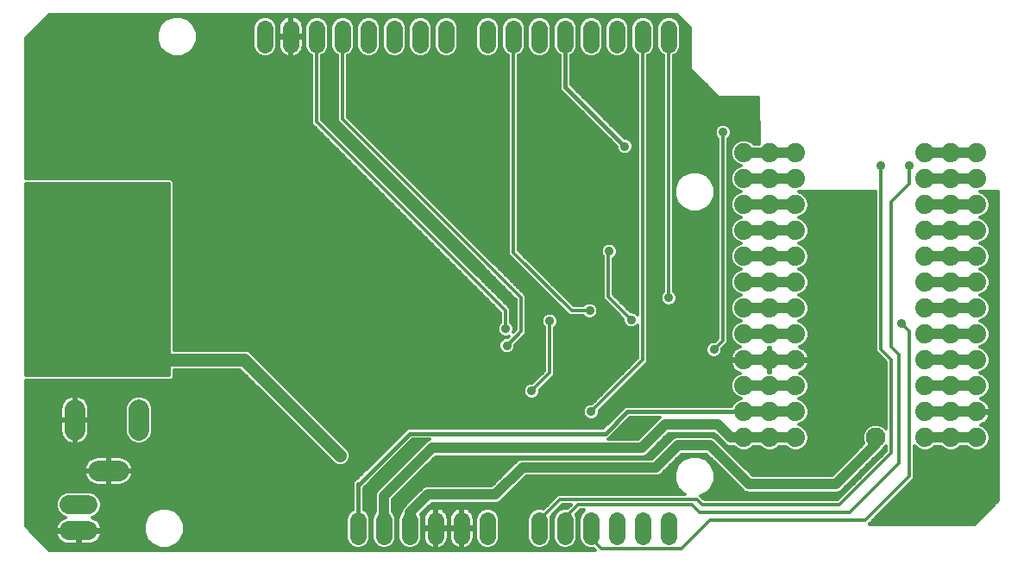
<source format=gbl>
G75*
%MOIN*%
%OFA0B0*%
%FSLAX24Y24*%
%IPPOS*%
%LPD*%
%AMOC8*
5,1,8,0,0,1.08239X$1,22.5*
%
%ADD10C,0.0640*%
%ADD11C,0.0740*%
%ADD12C,0.0740*%
%ADD13C,0.0787*%
%ADD14C,0.0400*%
%ADD15C,0.0357*%
%ADD16C,0.0760*%
%ADD17C,0.0120*%
%ADD18C,0.0436*%
%ADD19C,0.0500*%
%ADD20C,0.0160*%
D10*
X039740Y003563D02*
X039740Y004203D01*
X040740Y004203D02*
X040740Y003563D01*
X041740Y003563D02*
X041740Y004203D01*
X042740Y004203D02*
X042740Y003563D01*
X043740Y003563D02*
X043740Y004203D01*
X044740Y004203D02*
X044740Y003563D01*
X046740Y003563D02*
X046740Y004203D01*
X047740Y004203D02*
X047740Y003563D01*
X048740Y003563D02*
X048740Y004203D01*
X049740Y004203D02*
X049740Y003563D01*
X050740Y003563D02*
X050740Y004203D01*
X051740Y004203D02*
X051740Y003563D01*
X051740Y022563D02*
X051740Y023203D01*
X050740Y023203D02*
X050740Y022563D01*
X049740Y022563D02*
X049740Y023203D01*
X048740Y023203D02*
X048740Y022563D01*
X047740Y022563D02*
X047740Y023203D01*
X046740Y023203D02*
X046740Y022563D01*
X045740Y022563D02*
X045740Y023203D01*
X044740Y023203D02*
X044740Y022563D01*
X043140Y022563D02*
X043140Y023203D01*
X042140Y023203D02*
X042140Y022563D01*
X041140Y022563D02*
X041140Y023203D01*
X040140Y023203D02*
X040140Y022563D01*
X039140Y022563D02*
X039140Y023203D01*
X038140Y023203D02*
X038140Y022563D01*
X037140Y022563D02*
X037140Y023203D01*
X036140Y023203D02*
X036140Y022563D01*
D11*
X054640Y018383D03*
X055640Y018383D03*
X056640Y018383D03*
X056640Y017383D03*
X055640Y017383D03*
X054640Y017383D03*
X054640Y016383D03*
X055640Y016383D03*
X056640Y016383D03*
X056640Y015383D03*
X055640Y015383D03*
X054640Y015383D03*
X054640Y014383D03*
X055640Y014383D03*
X056640Y014383D03*
X056640Y013383D03*
X055640Y013383D03*
X054640Y013383D03*
X054640Y012383D03*
X055640Y012383D03*
X056640Y012383D03*
X056640Y011383D03*
X055640Y011383D03*
X054640Y011383D03*
X054640Y010383D03*
X055640Y010383D03*
X056640Y010383D03*
X056640Y009383D03*
X055640Y009383D03*
X054640Y009383D03*
X054640Y008383D03*
X055640Y008383D03*
X056640Y008383D03*
X056640Y007383D03*
X055640Y007383D03*
X054640Y007383D03*
X061640Y007383D03*
X062640Y007383D03*
X063640Y007383D03*
X063640Y008383D03*
X062640Y008383D03*
X061640Y008383D03*
X061640Y009383D03*
X062640Y009383D03*
X063640Y009383D03*
X063640Y010383D03*
X062640Y010383D03*
X061640Y010383D03*
X061640Y011383D03*
X062640Y011383D03*
X063640Y011383D03*
X063640Y012383D03*
X062640Y012383D03*
X061640Y012383D03*
X061640Y013383D03*
X062640Y013383D03*
X063640Y013383D03*
X063640Y014383D03*
X062640Y014383D03*
X061640Y014383D03*
X061640Y015383D03*
X062640Y015383D03*
X063640Y015383D03*
X063640Y016383D03*
X062640Y016383D03*
X061640Y016383D03*
X061640Y017383D03*
X062640Y017383D03*
X063640Y017383D03*
X063640Y018383D03*
X062640Y018383D03*
X061640Y018383D03*
D12*
X029310Y004783D02*
X028570Y004783D01*
X028570Y003783D02*
X029310Y003783D01*
D13*
X029698Y006099D02*
X030486Y006099D01*
X031273Y007674D02*
X031273Y008461D01*
X028793Y008461D02*
X028793Y007674D01*
D14*
X040740Y005133D02*
X042590Y006983D01*
X049540Y006983D01*
X050690Y006983D01*
X051590Y007883D01*
X053640Y007883D01*
X054140Y007383D01*
X054640Y007383D01*
X055640Y007383D01*
X056640Y007383D01*
X058190Y005583D02*
X059740Y007133D01*
X059740Y007383D01*
X061640Y007383D02*
X063640Y007383D01*
X062640Y007383D01*
X062640Y008383D02*
X061640Y008383D01*
X062640Y008383D02*
X063640Y008383D01*
X063640Y009383D02*
X062640Y009383D01*
X061640Y009383D01*
X061640Y010383D02*
X062640Y010383D01*
X063640Y010383D01*
X063640Y011383D02*
X062640Y011383D01*
X061640Y011383D01*
X061640Y012383D02*
X062640Y012383D01*
X063640Y012383D01*
X063640Y013383D02*
X062640Y013383D01*
X061640Y013383D01*
X061640Y014383D02*
X062640Y014383D01*
X063640Y014383D01*
X063640Y015383D02*
X062640Y015383D01*
X061640Y015383D01*
X061640Y016383D02*
X062640Y016383D01*
X063640Y016383D01*
X063640Y017383D02*
X062640Y017383D01*
X062440Y017383D02*
X061640Y017383D01*
X061640Y018383D02*
X062640Y018383D01*
X063640Y018383D01*
X056640Y018383D02*
X055640Y018383D01*
X054640Y018383D01*
X054640Y017383D02*
X055640Y017383D01*
X056640Y017383D01*
X056640Y016383D02*
X055640Y016383D01*
X054640Y016383D01*
X054640Y015383D02*
X055640Y015383D01*
X056640Y015383D01*
X056640Y014383D02*
X055640Y014383D01*
X054640Y014383D01*
X054640Y013383D02*
X055640Y013383D01*
X056640Y013383D01*
X056640Y012383D02*
X055640Y012383D01*
X054640Y012383D01*
X054640Y011383D02*
X055640Y011383D01*
X056640Y011383D01*
X056640Y010383D02*
X055640Y010383D01*
X054640Y010383D01*
X054640Y009383D02*
X055640Y009383D01*
X056640Y009383D01*
X056640Y008383D02*
X055640Y008383D01*
X054640Y008383D01*
X053340Y007083D02*
X052090Y007083D01*
X051240Y006233D01*
X046390Y006233D01*
X046090Y006233D01*
X045040Y005183D01*
X042440Y005183D01*
X041740Y004483D01*
X041740Y003883D01*
X040740Y003883D02*
X040740Y005133D01*
X053340Y007083D02*
X054840Y005583D01*
X058190Y005583D01*
D15*
X060740Y004883D03*
X061740Y004883D03*
X062740Y004883D03*
X053709Y005442D03*
X050640Y005583D03*
X046390Y006233D03*
X049540Y006983D03*
X050740Y007983D03*
X048740Y008383D03*
X047140Y007983D03*
X046440Y009183D03*
X051937Y009183D03*
X053490Y010783D03*
X050290Y011933D03*
X048690Y012283D03*
X047140Y011883D03*
X045440Y011583D03*
X045490Y010933D03*
X051740Y012783D03*
X053240Y014283D03*
X051240Y014583D03*
X049440Y014583D03*
X046640Y014583D03*
X042740Y013583D03*
X041740Y014883D03*
X043890Y017383D03*
X050040Y018633D03*
X053840Y019183D03*
X052740Y019883D03*
X049740Y019883D03*
X047690Y019883D03*
X043890Y021183D03*
X034540Y022883D03*
X031240Y022883D03*
X053433Y017568D03*
X059940Y017883D03*
X061040Y017883D03*
X058740Y015883D03*
X058740Y014783D03*
X058775Y013919D03*
X060740Y011783D03*
X059240Y011583D03*
X058740Y011283D03*
X059240Y010083D03*
X059240Y009083D03*
X039040Y006683D03*
X037740Y003883D03*
X035740Y003883D03*
X033740Y003883D03*
X045740Y003883D03*
D16*
X059740Y007383D03*
D17*
X026900Y009583D02*
X026900Y003950D01*
X028067Y003950D01*
X028079Y003987D02*
X028053Y003907D01*
X028041Y003833D01*
X028890Y003833D01*
X028890Y003733D01*
X028990Y003733D01*
X028990Y003253D01*
X029352Y003253D01*
X029434Y003266D01*
X029513Y003292D01*
X029588Y003330D01*
X029655Y003379D01*
X029714Y003438D01*
X029763Y003506D01*
X029801Y003580D01*
X029827Y003659D01*
X029839Y003733D01*
X028990Y003733D01*
X028990Y003833D01*
X029839Y003833D01*
X029827Y003907D01*
X029801Y003987D01*
X029763Y004061D01*
X029714Y004129D01*
X029655Y004188D01*
X029588Y004237D01*
X029513Y004275D01*
X029458Y004293D01*
X029599Y004351D01*
X029742Y004494D01*
X029820Y004682D01*
X029820Y004885D01*
X029742Y005072D01*
X029599Y005216D01*
X029411Y005293D01*
X028469Y005293D01*
X028281Y005216D01*
X028138Y005072D01*
X028060Y004885D01*
X028060Y004682D01*
X028138Y004494D01*
X028281Y004351D01*
X028422Y004293D01*
X028367Y004275D01*
X028292Y004237D01*
X028225Y004188D01*
X028166Y004129D01*
X028117Y004061D01*
X028079Y003987D01*
X028122Y004068D02*
X026900Y004068D01*
X026900Y003950D02*
X027806Y003043D01*
X048897Y003043D01*
X048835Y003105D01*
X048831Y003103D01*
X048648Y003103D01*
X048479Y003173D01*
X048350Y003303D01*
X048280Y003472D01*
X048280Y004295D01*
X048350Y004464D01*
X048469Y004583D01*
X048323Y004583D01*
X048151Y004412D01*
X048200Y004295D01*
X048200Y003472D01*
X048130Y003303D01*
X048001Y003173D01*
X047831Y003103D01*
X047648Y003103D01*
X047479Y003173D01*
X047350Y003303D01*
X047280Y003472D01*
X047280Y004295D01*
X047350Y004464D01*
X047479Y004593D01*
X047648Y004663D01*
X047831Y004663D01*
X047835Y004662D01*
X047957Y004783D01*
X047623Y004783D01*
X047181Y004341D01*
X047200Y004295D01*
X047200Y003472D01*
X047130Y003303D01*
X047001Y003173D01*
X046831Y003103D01*
X046648Y003103D01*
X046479Y003173D01*
X046350Y003303D01*
X046280Y003472D01*
X046280Y004295D01*
X046350Y004464D01*
X046479Y004593D01*
X046648Y004663D01*
X046831Y004663D01*
X046906Y004632D01*
X047340Y005066D01*
X047457Y005183D01*
X052366Y005183D01*
X052293Y005214D01*
X052070Y005436D01*
X051950Y005726D01*
X051950Y006040D01*
X052070Y006331D01*
X052293Y006553D01*
X052583Y006673D01*
X052897Y006673D01*
X053187Y006553D01*
X053410Y006331D01*
X053530Y006040D01*
X053530Y005726D01*
X053410Y005436D01*
X053187Y005214D01*
X052979Y005127D01*
X053123Y004983D01*
X058257Y004983D01*
X060140Y006866D01*
X060140Y007048D01*
X060035Y006942D01*
X060027Y006939D01*
X059933Y006845D01*
X058383Y005295D01*
X058258Y005243D01*
X054772Y005243D01*
X054647Y005295D01*
X054552Y005391D01*
X053199Y006743D01*
X052231Y006743D01*
X051528Y006041D01*
X051528Y006041D01*
X051433Y005945D01*
X051308Y005893D01*
X046231Y005893D01*
X045328Y004991D01*
X045233Y004895D01*
X045108Y004843D01*
X042581Y004843D01*
X042151Y004413D01*
X042200Y004295D01*
X042200Y003472D01*
X042130Y003303D01*
X042001Y003173D01*
X041831Y003103D01*
X041648Y003103D01*
X041479Y003173D01*
X041350Y003303D01*
X041280Y003472D01*
X041280Y004295D01*
X041350Y004464D01*
X041400Y004514D01*
X041400Y004551D01*
X041452Y004676D01*
X041547Y004772D01*
X042247Y005472D01*
X042372Y005523D01*
X044899Y005523D01*
X045897Y006522D01*
X046022Y006573D01*
X051099Y006573D01*
X051897Y007372D01*
X052022Y007423D01*
X053408Y007423D01*
X053533Y007372D01*
X054981Y005923D01*
X058049Y005923D01*
X059274Y007149D01*
X057095Y007149D01*
X057072Y007094D02*
X057150Y007282D01*
X057150Y007485D01*
X057072Y007672D01*
X056929Y007816D01*
X056766Y007883D01*
X056929Y007951D01*
X057072Y008094D01*
X057150Y008282D01*
X057150Y008485D01*
X057072Y008672D01*
X056929Y008816D01*
X056766Y008883D01*
X056929Y008951D01*
X057072Y009094D01*
X057150Y009282D01*
X057150Y009485D01*
X057072Y009672D01*
X056929Y009816D01*
X056788Y009874D01*
X056843Y009892D01*
X056918Y009930D01*
X056985Y009979D01*
X057044Y010038D01*
X057093Y010106D01*
X057131Y010180D01*
X057157Y010259D01*
X057170Y010342D01*
X057170Y010343D01*
X056680Y010343D01*
X056680Y010423D01*
X057170Y010423D01*
X057170Y010425D01*
X057157Y010507D01*
X057131Y010587D01*
X057093Y010661D01*
X057044Y010729D01*
X056985Y010788D01*
X056918Y010837D01*
X056843Y010875D01*
X056788Y010893D01*
X056929Y010951D01*
X057072Y011094D01*
X057150Y011282D01*
X057150Y011485D01*
X057072Y011672D01*
X056929Y011816D01*
X056766Y011883D01*
X056929Y011951D01*
X057072Y012094D01*
X057150Y012282D01*
X057150Y012485D01*
X057072Y012672D01*
X056929Y012816D01*
X056766Y012883D01*
X056929Y012951D01*
X057072Y013094D01*
X057150Y013282D01*
X057150Y013485D01*
X057072Y013672D01*
X056929Y013816D01*
X056766Y013883D01*
X056929Y013951D01*
X057072Y014094D01*
X057150Y014282D01*
X057150Y014485D01*
X057072Y014672D01*
X056929Y014816D01*
X056766Y014883D01*
X056929Y014951D01*
X057072Y015094D01*
X057150Y015282D01*
X057150Y015485D01*
X057072Y015672D01*
X056929Y015816D01*
X056766Y015883D01*
X056929Y015951D01*
X057072Y016094D01*
X057150Y016282D01*
X057150Y016485D01*
X057072Y016672D01*
X056929Y016816D01*
X056766Y016883D01*
X059740Y016883D01*
X059740Y010700D01*
X059857Y010583D01*
X060140Y010300D01*
X060140Y007719D01*
X060035Y007824D01*
X059843Y007903D01*
X059637Y007903D01*
X059445Y007824D01*
X059299Y007678D01*
X059220Y007487D01*
X059220Y007280D01*
X059274Y007149D01*
X059225Y007268D02*
X057144Y007268D01*
X057150Y007386D02*
X059220Y007386D01*
X059227Y007505D02*
X057142Y007505D01*
X057093Y007623D02*
X059277Y007623D01*
X059363Y007742D02*
X057003Y007742D01*
X056821Y007860D02*
X059533Y007860D01*
X059947Y007860D02*
X060140Y007860D01*
X060140Y007742D02*
X060117Y007742D01*
X060140Y007979D02*
X056957Y007979D01*
X057074Y008097D02*
X060140Y008097D01*
X060140Y008216D02*
X057123Y008216D01*
X057150Y008334D02*
X060140Y008334D01*
X060140Y008453D02*
X057150Y008453D01*
X057114Y008571D02*
X060140Y008571D01*
X060140Y008690D02*
X057055Y008690D01*
X056936Y008808D02*
X060140Y008808D01*
X060140Y008927D02*
X056871Y008927D01*
X057023Y009045D02*
X060140Y009045D01*
X060140Y009164D02*
X057101Y009164D01*
X057150Y009282D02*
X060140Y009282D01*
X060140Y009401D02*
X057150Y009401D01*
X057136Y009519D02*
X060140Y009519D01*
X060140Y009638D02*
X057087Y009638D01*
X056988Y009756D02*
X060140Y009756D01*
X060140Y009875D02*
X056790Y009875D01*
X057000Y009993D02*
X060140Y009993D01*
X060140Y010112D02*
X057097Y010112D01*
X057148Y010230D02*
X060140Y010230D01*
X060092Y010349D02*
X056680Y010349D01*
X056600Y010349D02*
X055680Y010349D01*
X055680Y010343D02*
X055680Y010423D01*
X056600Y010423D01*
X056600Y010343D01*
X056170Y010343D01*
X055680Y010343D01*
X055680Y009893D01*
X055600Y009893D01*
X055600Y010343D01*
X055680Y010343D01*
X055600Y010343D02*
X054680Y010343D01*
X054680Y010423D01*
X055110Y010423D01*
X055600Y010423D01*
X055600Y010343D01*
X055600Y010349D02*
X054680Y010349D01*
X054600Y010349D02*
X050940Y010349D01*
X050940Y010300D02*
X050940Y022148D01*
X051001Y022173D01*
X051130Y022303D01*
X051200Y022472D01*
X051200Y023295D01*
X051130Y023464D01*
X051001Y023593D01*
X050831Y023663D01*
X050648Y023663D01*
X050479Y023593D01*
X050350Y023464D01*
X050280Y023295D01*
X050280Y022472D01*
X050350Y022303D01*
X050479Y022173D01*
X050540Y022148D01*
X050540Y012134D01*
X050471Y012204D01*
X050353Y012252D01*
X050254Y012252D01*
X049590Y012916D01*
X049590Y014300D01*
X049621Y014313D01*
X049710Y014403D01*
X049759Y014520D01*
X049759Y014647D01*
X049710Y014764D01*
X049621Y014854D01*
X049503Y014902D01*
X049377Y014902D01*
X049259Y014854D01*
X049170Y014764D01*
X049121Y014647D01*
X049121Y014520D01*
X049170Y014403D01*
X049190Y014383D01*
X049190Y012750D01*
X049971Y011969D01*
X049971Y011870D01*
X050020Y011753D01*
X050109Y011663D01*
X050227Y011615D01*
X050353Y011615D01*
X050471Y011663D01*
X050540Y011733D01*
X050540Y010466D01*
X048776Y008702D01*
X048677Y008702D01*
X048559Y008654D01*
X048470Y008564D01*
X048421Y008447D01*
X048421Y008320D01*
X048470Y008203D01*
X048559Y008113D01*
X048677Y008065D01*
X048803Y008065D01*
X048921Y008113D01*
X049010Y008203D01*
X049059Y008320D01*
X049059Y008419D01*
X050940Y010300D01*
X050870Y010230D02*
X054132Y010230D01*
X054123Y010259D02*
X054149Y010180D01*
X054187Y010106D01*
X054236Y010038D01*
X054295Y009979D01*
X054362Y009930D01*
X054437Y009892D01*
X054492Y009874D01*
X054351Y009816D01*
X054208Y009672D01*
X054130Y009485D01*
X054130Y009282D01*
X054208Y009094D01*
X054351Y008951D01*
X054514Y008883D01*
X054351Y008816D01*
X054208Y008672D01*
X054179Y008603D01*
X050049Y008603D01*
X049199Y007753D01*
X041649Y007753D01*
X039679Y005783D01*
X039657Y005783D01*
X039540Y005666D01*
X039540Y005644D01*
X039520Y005624D01*
X039520Y004610D01*
X039479Y004593D01*
X039350Y004464D01*
X039280Y004295D01*
X039280Y003472D01*
X039350Y003303D01*
X039479Y003173D01*
X039648Y003103D01*
X039831Y003103D01*
X040001Y003173D01*
X040130Y003303D01*
X040200Y003472D01*
X040200Y004295D01*
X040130Y004464D01*
X040001Y004593D01*
X039960Y004610D01*
X039960Y005442D01*
X041831Y007313D01*
X042498Y007313D01*
X042397Y007272D01*
X042302Y007176D01*
X040452Y005326D01*
X040400Y005201D01*
X040400Y004514D01*
X040350Y004464D01*
X040280Y004295D01*
X040280Y003472D01*
X040350Y003303D01*
X040479Y003173D01*
X040648Y003103D01*
X040831Y003103D01*
X041001Y003173D01*
X041130Y003303D01*
X041200Y003472D01*
X041200Y004295D01*
X041130Y004464D01*
X041080Y004514D01*
X041080Y004993D01*
X042731Y006643D01*
X050758Y006643D01*
X050883Y006695D01*
X051731Y007543D01*
X053499Y007543D01*
X053852Y007191D01*
X053947Y007095D01*
X054072Y007043D01*
X054259Y007043D01*
X054351Y006951D01*
X054539Y006873D01*
X054741Y006873D01*
X054929Y006951D01*
X055021Y007043D01*
X055259Y007043D01*
X055351Y006951D01*
X055539Y006873D01*
X055741Y006873D01*
X055929Y006951D01*
X056021Y007043D01*
X056259Y007043D01*
X056351Y006951D01*
X056539Y006873D01*
X056741Y006873D01*
X056929Y006951D01*
X057072Y007094D01*
X057009Y007031D02*
X059157Y007031D01*
X059038Y006912D02*
X056836Y006912D01*
X056444Y006912D02*
X055836Y006912D01*
X056009Y007031D02*
X056271Y007031D01*
X055444Y006912D02*
X054836Y006912D01*
X055009Y007031D02*
X055271Y007031D01*
X054444Y006912D02*
X053992Y006912D01*
X054110Y006794D02*
X058920Y006794D01*
X058801Y006675D02*
X054229Y006675D01*
X054347Y006557D02*
X058683Y006557D01*
X058564Y006438D02*
X054466Y006438D01*
X054584Y006320D02*
X058446Y006320D01*
X058327Y006201D02*
X054703Y006201D01*
X054821Y006083D02*
X058209Y006083D01*
X058090Y005964D02*
X054940Y005964D01*
X054215Y005727D02*
X053530Y005727D01*
X053530Y005846D02*
X054097Y005846D01*
X053978Y005964D02*
X053530Y005964D01*
X053512Y006083D02*
X053860Y006083D01*
X053741Y006201D02*
X053463Y006201D01*
X053414Y006320D02*
X053623Y006320D01*
X053504Y006438D02*
X053302Y006438D01*
X053386Y006557D02*
X053178Y006557D01*
X053267Y006675D02*
X052163Y006675D01*
X052044Y006557D02*
X052302Y006557D01*
X052178Y006438D02*
X051926Y006438D01*
X051807Y006320D02*
X052066Y006320D01*
X052017Y006201D02*
X051689Y006201D01*
X051570Y006083D02*
X051968Y006083D01*
X051950Y005964D02*
X051452Y005964D01*
X051950Y005846D02*
X046183Y005846D01*
X046065Y005727D02*
X051950Y005727D01*
X051999Y005609D02*
X045946Y005609D01*
X045828Y005490D02*
X052048Y005490D01*
X052134Y005372D02*
X045709Y005372D01*
X045591Y005253D02*
X052253Y005253D01*
X052840Y004983D02*
X053040Y004783D01*
X058340Y004783D01*
X060340Y006783D01*
X060340Y010383D01*
X059940Y010783D01*
X059940Y017883D01*
X061040Y017883D02*
X061040Y017183D01*
X060340Y016483D01*
X060340Y010883D01*
X060640Y010583D01*
X060640Y006383D01*
X058740Y004483D01*
X052940Y004483D01*
X052640Y004783D01*
X048240Y004783D01*
X047740Y004283D01*
X047740Y003883D01*
X048200Y003831D02*
X048280Y003831D01*
X048280Y003713D02*
X048200Y003713D01*
X048200Y003594D02*
X048280Y003594D01*
X048280Y003476D02*
X048200Y003476D01*
X048153Y003357D02*
X048327Y003357D01*
X048414Y003239D02*
X048066Y003239D01*
X047873Y003120D02*
X048607Y003120D01*
X048740Y003483D02*
X049140Y003083D01*
X052240Y003083D01*
X053340Y004183D01*
X059340Y004183D01*
X061040Y005883D01*
X061040Y011483D01*
X060740Y011783D01*
X059740Y011771D02*
X056974Y011771D01*
X057081Y011652D02*
X059740Y011652D01*
X059740Y011534D02*
X057130Y011534D01*
X057150Y011415D02*
X059740Y011415D01*
X059740Y011297D02*
X057150Y011297D01*
X057107Y011178D02*
X059740Y011178D01*
X059740Y011060D02*
X057038Y011060D01*
X056906Y010941D02*
X059740Y010941D01*
X059740Y010823D02*
X056937Y010823D01*
X057062Y010704D02*
X059740Y010704D01*
X059855Y010586D02*
X057131Y010586D01*
X057163Y010467D02*
X059973Y010467D01*
X063766Y010883D02*
X063929Y010951D01*
X064072Y011094D01*
X064150Y011282D01*
X064150Y011485D01*
X064072Y011672D01*
X063929Y011816D01*
X063766Y011883D01*
X063929Y011951D01*
X064072Y012094D01*
X064150Y012282D01*
X064150Y012485D01*
X064072Y012672D01*
X063929Y012816D01*
X063766Y012883D01*
X063929Y012951D01*
X064072Y013094D01*
X064150Y013282D01*
X064150Y013485D01*
X064072Y013672D01*
X063929Y013816D01*
X063766Y013883D01*
X063929Y013951D01*
X064072Y014094D01*
X064150Y014282D01*
X064150Y014485D01*
X064072Y014672D01*
X063929Y014816D01*
X063766Y014883D01*
X063929Y014951D01*
X064072Y015094D01*
X064150Y015282D01*
X064150Y015485D01*
X064072Y015672D01*
X063929Y015816D01*
X063766Y015883D01*
X063929Y015951D01*
X064072Y016094D01*
X064150Y016282D01*
X064150Y016485D01*
X064072Y016672D01*
X063929Y016816D01*
X063766Y016883D01*
X063766Y016883D01*
X064480Y016883D01*
X064480Y004950D01*
X063574Y004043D01*
X059483Y004043D01*
X061123Y005683D01*
X061240Y005800D01*
X061240Y007062D01*
X061351Y006951D01*
X061539Y006873D01*
X061741Y006873D01*
X061929Y006951D01*
X062021Y007043D01*
X062259Y007043D01*
X062351Y006951D01*
X062539Y006873D01*
X062741Y006873D01*
X062929Y006951D01*
X063021Y007043D01*
X063259Y007043D01*
X063351Y006951D01*
X063539Y006873D01*
X063741Y006873D01*
X063929Y006951D01*
X064072Y007094D01*
X064150Y007282D01*
X064150Y007485D01*
X064072Y007672D01*
X063929Y007816D01*
X063788Y007874D01*
X063843Y007892D01*
X063918Y007930D01*
X063985Y007979D01*
X064480Y007979D01*
X064480Y008097D02*
X064087Y008097D01*
X064093Y008106D02*
X064131Y008180D01*
X064157Y008259D01*
X064170Y008342D01*
X064170Y008343D01*
X063680Y008343D01*
X063680Y008423D01*
X064170Y008423D01*
X064170Y008425D01*
X064157Y008507D01*
X064131Y008587D01*
X064093Y008661D01*
X064044Y008729D01*
X063985Y008788D01*
X063918Y008837D01*
X063843Y008875D01*
X063788Y008893D01*
X063929Y008951D01*
X064072Y009094D01*
X064150Y009282D01*
X064150Y009485D01*
X064072Y009672D01*
X063929Y009816D01*
X063766Y009883D01*
X063929Y009951D01*
X064072Y010094D01*
X064150Y010282D01*
X064150Y010485D01*
X064072Y010672D01*
X063929Y010816D01*
X063766Y010883D01*
X063906Y010941D02*
X064480Y010941D01*
X064480Y010823D02*
X063912Y010823D01*
X064040Y010704D02*
X064480Y010704D01*
X064480Y010586D02*
X064108Y010586D01*
X064150Y010467D02*
X064480Y010467D01*
X064480Y010349D02*
X064150Y010349D01*
X064129Y010230D02*
X064480Y010230D01*
X064480Y010112D02*
X064080Y010112D01*
X063971Y009993D02*
X064480Y009993D01*
X064480Y009875D02*
X063786Y009875D01*
X063988Y009756D02*
X064480Y009756D01*
X064480Y009638D02*
X064087Y009638D01*
X064136Y009519D02*
X064480Y009519D01*
X064480Y009401D02*
X064150Y009401D01*
X064150Y009282D02*
X064480Y009282D01*
X064480Y009164D02*
X064101Y009164D01*
X064023Y009045D02*
X064480Y009045D01*
X064480Y008927D02*
X063871Y008927D01*
X063957Y008808D02*
X064480Y008808D01*
X064480Y008690D02*
X064072Y008690D01*
X064136Y008571D02*
X064480Y008571D01*
X064480Y008453D02*
X064166Y008453D01*
X064169Y008334D02*
X064480Y008334D01*
X064480Y008216D02*
X064143Y008216D01*
X064093Y008106D02*
X064044Y008038D01*
X063985Y007979D01*
X063821Y007860D02*
X064480Y007860D01*
X064480Y007742D02*
X064003Y007742D01*
X064093Y007623D02*
X064480Y007623D01*
X064480Y007505D02*
X064142Y007505D01*
X064150Y007386D02*
X064480Y007386D01*
X064480Y007268D02*
X064144Y007268D01*
X064095Y007149D02*
X064480Y007149D01*
X064480Y007031D02*
X064009Y007031D01*
X063836Y006912D02*
X064480Y006912D01*
X064480Y006794D02*
X061240Y006794D01*
X061240Y006912D02*
X061444Y006912D01*
X061271Y007031D02*
X061240Y007031D01*
X061240Y006675D02*
X064480Y006675D01*
X064480Y006557D02*
X061240Y006557D01*
X061240Y006438D02*
X064480Y006438D01*
X064480Y006320D02*
X061240Y006320D01*
X061240Y006201D02*
X064480Y006201D01*
X064480Y006083D02*
X061240Y006083D01*
X061240Y005964D02*
X064480Y005964D01*
X064480Y005846D02*
X061240Y005846D01*
X061167Y005727D02*
X064480Y005727D01*
X064480Y005609D02*
X061048Y005609D01*
X060930Y005490D02*
X064480Y005490D01*
X064480Y005372D02*
X060811Y005372D01*
X060693Y005253D02*
X064480Y005253D01*
X064480Y005135D02*
X060574Y005135D01*
X060456Y005016D02*
X064480Y005016D01*
X064428Y004898D02*
X060337Y004898D01*
X060219Y004779D02*
X064310Y004779D01*
X064191Y004661D02*
X060100Y004661D01*
X059982Y004542D02*
X064073Y004542D01*
X063954Y004424D02*
X059863Y004424D01*
X059745Y004305D02*
X063836Y004305D01*
X063717Y004187D02*
X059626Y004187D01*
X059508Y004068D02*
X063599Y004068D01*
X058646Y005372D02*
X058459Y005372D01*
X058527Y005253D02*
X058282Y005253D01*
X058409Y005135D02*
X052997Y005135D01*
X053090Y005016D02*
X058290Y005016D01*
X058578Y005490D02*
X058764Y005490D01*
X058696Y005609D02*
X058883Y005609D01*
X058815Y005727D02*
X059001Y005727D01*
X058933Y005846D02*
X059120Y005846D01*
X059052Y005964D02*
X059238Y005964D01*
X059170Y006083D02*
X059357Y006083D01*
X059289Y006201D02*
X059475Y006201D01*
X059407Y006320D02*
X059594Y006320D01*
X059526Y006438D02*
X059712Y006438D01*
X059644Y006557D02*
X059831Y006557D01*
X059763Y006675D02*
X059949Y006675D01*
X059881Y006794D02*
X060068Y006794D01*
X060000Y006912D02*
X060140Y006912D01*
X060140Y007031D02*
X060123Y007031D01*
X061836Y006912D02*
X062444Y006912D01*
X062271Y007031D02*
X062009Y007031D01*
X062836Y006912D02*
X063444Y006912D01*
X063271Y007031D02*
X063009Y007031D01*
X063170Y008343D02*
X062680Y008343D01*
X062680Y008423D01*
X063600Y008423D01*
X063600Y008343D01*
X063170Y008343D01*
X062600Y008343D02*
X061680Y008343D01*
X061680Y008423D01*
X062110Y008423D01*
X062600Y008423D01*
X062600Y008343D01*
X055680Y009993D02*
X055600Y009993D01*
X055600Y010112D02*
X055680Y010112D01*
X055680Y010230D02*
X055600Y010230D01*
X055600Y010423D02*
X055600Y010873D01*
X055680Y010873D01*
X055680Y010423D01*
X055600Y010423D01*
X055600Y010467D02*
X055680Y010467D01*
X055680Y010586D02*
X055600Y010586D01*
X055600Y010704D02*
X055680Y010704D01*
X055680Y010823D02*
X055600Y010823D01*
X054492Y010893D02*
X054437Y010875D01*
X054362Y010837D01*
X054295Y010788D01*
X054236Y010729D01*
X054187Y010661D01*
X054149Y010587D01*
X054123Y010507D01*
X054110Y010425D01*
X054110Y010423D01*
X054600Y010423D01*
X054600Y010343D01*
X054110Y010343D01*
X054110Y010342D01*
X054123Y010259D01*
X054183Y010112D02*
X050751Y010112D01*
X050633Y009993D02*
X054280Y009993D01*
X054292Y009756D02*
X050396Y009756D01*
X050277Y009638D02*
X054193Y009638D01*
X054144Y009519D02*
X050159Y009519D01*
X050040Y009401D02*
X054130Y009401D01*
X054130Y009282D02*
X049922Y009282D01*
X049803Y009164D02*
X054179Y009164D01*
X054257Y009045D02*
X049685Y009045D01*
X049566Y008927D02*
X054409Y008927D01*
X054344Y008808D02*
X049448Y008808D01*
X049329Y008690D02*
X054225Y008690D01*
X051389Y008163D02*
X051302Y008076D01*
X050549Y007323D01*
X049472Y007323D01*
X049391Y007323D01*
X049510Y007442D01*
X050231Y008163D01*
X051389Y008163D01*
X051323Y008097D02*
X050165Y008097D01*
X050047Y007979D02*
X051205Y007979D01*
X051086Y007860D02*
X049928Y007860D01*
X049810Y007742D02*
X050968Y007742D01*
X050849Y007623D02*
X049691Y007623D01*
X049573Y007505D02*
X050731Y007505D01*
X050612Y007386D02*
X049454Y007386D01*
X049306Y007860D02*
X038415Y007860D01*
X038533Y007742D02*
X041637Y007742D01*
X041519Y007623D02*
X038652Y007623D01*
X038770Y007505D02*
X041400Y007505D01*
X041282Y007386D02*
X038889Y007386D01*
X039007Y007268D02*
X041163Y007268D01*
X041045Y007149D02*
X039126Y007149D01*
X039244Y007031D02*
X040926Y007031D01*
X040808Y006912D02*
X039363Y006912D01*
X039371Y006904D02*
X035671Y010604D01*
X035671Y010604D01*
X035561Y010714D01*
X035418Y010773D01*
X032640Y010773D01*
X032640Y017266D01*
X032523Y017383D01*
X026900Y017383D01*
X026900Y022817D01*
X027806Y023723D01*
X052074Y023723D01*
X052580Y023217D01*
X052580Y021617D01*
X052674Y021523D01*
X053580Y020617D01*
X053674Y020523D01*
X055189Y020523D01*
X055214Y018723D01*
X055021Y018723D01*
X054929Y018816D01*
X054741Y018893D01*
X054539Y018893D01*
X054351Y018816D01*
X054208Y018672D01*
X054130Y018485D01*
X054130Y018282D01*
X054208Y018094D01*
X054351Y017951D01*
X054514Y017883D01*
X054351Y017816D01*
X054208Y017672D01*
X054130Y017485D01*
X054130Y017282D01*
X054208Y017094D01*
X054351Y016951D01*
X054514Y016883D01*
X054351Y016816D01*
X054208Y016672D01*
X054130Y016485D01*
X054130Y016282D01*
X054208Y016094D01*
X054351Y015951D01*
X054514Y015883D01*
X054351Y015816D01*
X054208Y015672D01*
X054130Y015485D01*
X054130Y015282D01*
X054208Y015094D01*
X054351Y014951D01*
X054514Y014883D01*
X054351Y014816D01*
X054208Y014672D01*
X054130Y014485D01*
X054130Y014282D01*
X054208Y014094D01*
X054351Y013951D01*
X054514Y013883D01*
X054351Y013816D01*
X054208Y013672D01*
X054130Y013485D01*
X054130Y013282D01*
X054208Y013094D01*
X054351Y012951D01*
X054514Y012883D01*
X054351Y012816D01*
X054208Y012672D01*
X054130Y012485D01*
X054130Y012282D01*
X054208Y012094D01*
X054351Y011951D01*
X054514Y011883D01*
X054351Y011816D01*
X054208Y011672D01*
X054130Y011485D01*
X054130Y011282D01*
X054208Y011094D01*
X054351Y010951D01*
X054492Y010893D01*
X054374Y010941D02*
X053931Y010941D01*
X054040Y011050D02*
X054040Y018933D01*
X054110Y019003D01*
X054159Y019120D01*
X054159Y019247D01*
X054110Y019364D01*
X054021Y019454D01*
X053903Y019502D01*
X053777Y019502D01*
X053659Y019454D01*
X053570Y019364D01*
X053521Y019247D01*
X053521Y019120D01*
X053570Y019003D01*
X053640Y018933D01*
X053640Y011216D01*
X053526Y011102D01*
X053427Y011102D01*
X053309Y011054D01*
X053220Y010964D01*
X053171Y010847D01*
X053171Y010720D01*
X053220Y010603D01*
X053309Y010513D01*
X053427Y010465D01*
X053553Y010465D01*
X053671Y010513D01*
X053760Y010603D01*
X053809Y010720D01*
X053809Y010819D01*
X054040Y011050D01*
X054040Y011060D02*
X054242Y011060D01*
X054173Y011178D02*
X054040Y011178D01*
X054040Y011297D02*
X054130Y011297D01*
X054130Y011415D02*
X054040Y011415D01*
X054040Y011534D02*
X054150Y011534D01*
X054199Y011652D02*
X054040Y011652D01*
X054040Y011771D02*
X054306Y011771D01*
X054500Y011889D02*
X054040Y011889D01*
X054040Y012008D02*
X054294Y012008D01*
X054194Y012126D02*
X054040Y012126D01*
X054040Y012245D02*
X054145Y012245D01*
X054130Y012363D02*
X054040Y012363D01*
X054040Y012482D02*
X054130Y012482D01*
X054178Y012600D02*
X054040Y012600D01*
X054040Y012719D02*
X054254Y012719D01*
X054403Y012837D02*
X054040Y012837D01*
X054040Y012956D02*
X054346Y012956D01*
X054228Y013074D02*
X054040Y013074D01*
X054040Y013193D02*
X054167Y013193D01*
X054130Y013311D02*
X054040Y013311D01*
X054040Y013430D02*
X054130Y013430D01*
X054156Y013548D02*
X054040Y013548D01*
X054040Y013667D02*
X054205Y013667D01*
X054321Y013785D02*
X054040Y013785D01*
X054040Y013904D02*
X054465Y013904D01*
X054280Y014022D02*
X054040Y014022D01*
X054040Y014141D02*
X054188Y014141D01*
X054139Y014259D02*
X054040Y014259D01*
X054040Y014378D02*
X054130Y014378D01*
X054135Y014496D02*
X054040Y014496D01*
X054040Y014615D02*
X054184Y014615D01*
X054269Y014733D02*
X054040Y014733D01*
X054040Y014852D02*
X054438Y014852D01*
X054332Y014970D02*
X054040Y014970D01*
X054040Y015089D02*
X054213Y015089D01*
X054161Y015207D02*
X054040Y015207D01*
X054040Y015326D02*
X054130Y015326D01*
X054130Y015444D02*
X054040Y015444D01*
X054040Y015563D02*
X054162Y015563D01*
X054217Y015681D02*
X054040Y015681D01*
X054040Y015800D02*
X054335Y015800D01*
X054430Y015918D02*
X054040Y015918D01*
X054040Y016037D02*
X054265Y016037D01*
X054182Y016155D02*
X054040Y016155D01*
X054040Y016274D02*
X054133Y016274D01*
X054130Y016392D02*
X054040Y016392D01*
X054040Y016511D02*
X054141Y016511D01*
X054190Y016629D02*
X054040Y016629D01*
X054040Y016748D02*
X054283Y016748D01*
X054473Y016866D02*
X054040Y016866D01*
X054040Y016985D02*
X054317Y016985D01*
X054204Y017103D02*
X054040Y017103D01*
X054040Y017222D02*
X054155Y017222D01*
X054130Y017340D02*
X054040Y017340D01*
X054040Y017459D02*
X054130Y017459D01*
X054168Y017577D02*
X054040Y017577D01*
X054040Y017696D02*
X054231Y017696D01*
X054350Y017814D02*
X054040Y017814D01*
X054040Y017933D02*
X054395Y017933D01*
X054251Y018051D02*
X054040Y018051D01*
X054040Y018170D02*
X054176Y018170D01*
X054130Y018288D02*
X054040Y018288D01*
X054040Y018407D02*
X054130Y018407D01*
X054147Y018525D02*
X054040Y018525D01*
X054040Y018644D02*
X054196Y018644D01*
X054298Y018762D02*
X054040Y018762D01*
X054040Y018881D02*
X054508Y018881D01*
X054772Y018881D02*
X055212Y018881D01*
X055210Y018999D02*
X054107Y018999D01*
X054158Y019118D02*
X055209Y019118D01*
X055207Y019236D02*
X054159Y019236D01*
X054114Y019355D02*
X055205Y019355D01*
X055204Y019473D02*
X053973Y019473D01*
X053707Y019473D02*
X051940Y019473D01*
X051940Y019355D02*
X053566Y019355D01*
X053521Y019236D02*
X051940Y019236D01*
X051940Y019118D02*
X053522Y019118D01*
X053573Y018999D02*
X051940Y018999D01*
X051940Y018881D02*
X053640Y018881D01*
X053640Y018762D02*
X051940Y018762D01*
X051940Y018644D02*
X053640Y018644D01*
X053640Y018525D02*
X051940Y018525D01*
X051940Y018407D02*
X053640Y018407D01*
X053640Y018288D02*
X051940Y018288D01*
X051940Y018170D02*
X053640Y018170D01*
X053640Y018051D02*
X051940Y018051D01*
X051940Y017933D02*
X053640Y017933D01*
X053640Y017814D02*
X051940Y017814D01*
X051940Y017696D02*
X053640Y017696D01*
X053640Y017577D02*
X053129Y017577D01*
X053187Y017553D02*
X052897Y017673D01*
X052583Y017673D01*
X052293Y017553D01*
X052070Y017331D01*
X051950Y017040D01*
X051950Y016726D01*
X052070Y016436D01*
X052293Y016214D01*
X052583Y016093D01*
X052897Y016093D01*
X053187Y016214D01*
X053410Y016436D01*
X053530Y016726D01*
X053530Y017040D01*
X053410Y017331D01*
X053187Y017553D01*
X053282Y017459D02*
X053640Y017459D01*
X053640Y017340D02*
X053400Y017340D01*
X053455Y017222D02*
X053640Y017222D01*
X053640Y017103D02*
X053504Y017103D01*
X053530Y016985D02*
X053640Y016985D01*
X053640Y016866D02*
X053530Y016866D01*
X053530Y016748D02*
X053640Y016748D01*
X053640Y016629D02*
X053490Y016629D01*
X053441Y016511D02*
X053640Y016511D01*
X053640Y016392D02*
X053366Y016392D01*
X053248Y016274D02*
X053640Y016274D01*
X053640Y016155D02*
X053047Y016155D01*
X053640Y016037D02*
X051940Y016037D01*
X051940Y016155D02*
X052433Y016155D01*
X052232Y016274D02*
X051940Y016274D01*
X051940Y016392D02*
X052114Y016392D01*
X052039Y016511D02*
X051940Y016511D01*
X051940Y016629D02*
X051990Y016629D01*
X051950Y016748D02*
X051940Y016748D01*
X051940Y016866D02*
X051950Y016866D01*
X051940Y016985D02*
X051950Y016985D01*
X051940Y017103D02*
X051976Y017103D01*
X051940Y017222D02*
X052025Y017222D01*
X052080Y017340D02*
X051940Y017340D01*
X051940Y017459D02*
X052198Y017459D01*
X052351Y017577D02*
X051940Y017577D01*
X051540Y017577D02*
X050940Y017577D01*
X050940Y017459D02*
X051540Y017459D01*
X051540Y017340D02*
X050940Y017340D01*
X050940Y017222D02*
X051540Y017222D01*
X051540Y017103D02*
X050940Y017103D01*
X050940Y016985D02*
X051540Y016985D01*
X051540Y016866D02*
X050940Y016866D01*
X050940Y016748D02*
X051540Y016748D01*
X051540Y016629D02*
X050940Y016629D01*
X050940Y016511D02*
X051540Y016511D01*
X051540Y016392D02*
X050940Y016392D01*
X050940Y016274D02*
X051540Y016274D01*
X051540Y016155D02*
X050940Y016155D01*
X050940Y016037D02*
X051540Y016037D01*
X051540Y015918D02*
X050940Y015918D01*
X050940Y015800D02*
X051540Y015800D01*
X051540Y015681D02*
X050940Y015681D01*
X050940Y015563D02*
X051540Y015563D01*
X051540Y015444D02*
X050940Y015444D01*
X050940Y015326D02*
X051540Y015326D01*
X051540Y015207D02*
X050940Y015207D01*
X050940Y015089D02*
X051540Y015089D01*
X051540Y014970D02*
X050940Y014970D01*
X050940Y014852D02*
X051540Y014852D01*
X051540Y014733D02*
X050940Y014733D01*
X050940Y014615D02*
X051540Y014615D01*
X051540Y014496D02*
X050940Y014496D01*
X050940Y014378D02*
X051540Y014378D01*
X051540Y014259D02*
X050940Y014259D01*
X050940Y014141D02*
X051540Y014141D01*
X051540Y014022D02*
X050940Y014022D01*
X050940Y013904D02*
X051540Y013904D01*
X051540Y013785D02*
X050940Y013785D01*
X050940Y013667D02*
X051540Y013667D01*
X051540Y013548D02*
X050940Y013548D01*
X050940Y013430D02*
X051540Y013430D01*
X051540Y013311D02*
X050940Y013311D01*
X050940Y013193D02*
X051540Y013193D01*
X051540Y013074D02*
X050940Y013074D01*
X050940Y012956D02*
X051466Y012956D01*
X051470Y012964D02*
X051421Y012847D01*
X051421Y012720D01*
X051470Y012603D01*
X051559Y012513D01*
X051677Y012465D01*
X051803Y012465D01*
X051921Y012513D01*
X052010Y012603D01*
X052059Y012720D01*
X052059Y012847D01*
X052010Y012964D01*
X051940Y013034D01*
X051940Y022148D01*
X052001Y022173D01*
X052130Y022303D01*
X052200Y022472D01*
X052200Y023295D01*
X052130Y023464D01*
X052001Y023593D01*
X051831Y023663D01*
X051648Y023663D01*
X051479Y023593D01*
X051350Y023464D01*
X051280Y023295D01*
X051280Y022472D01*
X051350Y022303D01*
X051479Y022173D01*
X051540Y022148D01*
X051540Y013034D01*
X051470Y012964D01*
X051421Y012837D02*
X050940Y012837D01*
X050940Y012719D02*
X051422Y012719D01*
X051472Y012600D02*
X050940Y012600D01*
X050940Y012482D02*
X051635Y012482D01*
X051845Y012482D02*
X053640Y012482D01*
X053640Y012600D02*
X052008Y012600D01*
X052058Y012719D02*
X053640Y012719D01*
X053640Y012837D02*
X052059Y012837D01*
X052014Y012956D02*
X053640Y012956D01*
X053640Y013074D02*
X051940Y013074D01*
X051940Y013193D02*
X053640Y013193D01*
X053640Y013311D02*
X051940Y013311D01*
X051940Y013430D02*
X053640Y013430D01*
X053640Y013548D02*
X051940Y013548D01*
X051940Y013667D02*
X053640Y013667D01*
X053640Y013785D02*
X051940Y013785D01*
X051940Y013904D02*
X053640Y013904D01*
X053640Y014022D02*
X051940Y014022D01*
X051940Y014141D02*
X053640Y014141D01*
X053640Y014259D02*
X051940Y014259D01*
X051940Y014378D02*
X053640Y014378D01*
X053640Y014496D02*
X051940Y014496D01*
X051940Y014615D02*
X053640Y014615D01*
X053640Y014733D02*
X051940Y014733D01*
X051940Y014852D02*
X053640Y014852D01*
X053640Y014970D02*
X051940Y014970D01*
X051940Y015089D02*
X053640Y015089D01*
X053640Y015207D02*
X051940Y015207D01*
X051940Y015326D02*
X053640Y015326D01*
X053640Y015444D02*
X051940Y015444D01*
X051940Y015563D02*
X053640Y015563D01*
X053640Y015681D02*
X051940Y015681D01*
X051940Y015800D02*
X053640Y015800D01*
X053640Y015918D02*
X051940Y015918D01*
X050540Y015918D02*
X045940Y015918D01*
X045940Y015800D02*
X050540Y015800D01*
X050540Y015681D02*
X045940Y015681D01*
X045940Y015563D02*
X050540Y015563D01*
X050540Y015444D02*
X045940Y015444D01*
X045940Y015326D02*
X050540Y015326D01*
X050540Y015207D02*
X045940Y015207D01*
X045940Y015089D02*
X050540Y015089D01*
X050540Y014970D02*
X045940Y014970D01*
X045940Y014852D02*
X049258Y014852D01*
X049157Y014733D02*
X045940Y014733D01*
X045940Y014616D02*
X045940Y022148D01*
X046001Y022173D01*
X046130Y022303D01*
X046200Y022472D01*
X046200Y023295D01*
X046130Y023464D01*
X046001Y023593D01*
X045831Y023663D01*
X045648Y023663D01*
X045479Y023593D01*
X045350Y023464D01*
X045280Y023295D01*
X045280Y022472D01*
X045350Y022303D01*
X045479Y022173D01*
X045540Y022148D01*
X045540Y014450D01*
X047790Y012200D01*
X047907Y012083D01*
X048439Y012083D01*
X048509Y012013D01*
X048627Y011965D01*
X048753Y011965D01*
X048871Y012013D01*
X048960Y012103D01*
X049009Y012220D01*
X049009Y012347D01*
X048960Y012464D01*
X048871Y012554D01*
X048753Y012602D01*
X048627Y012602D01*
X048509Y012554D01*
X048439Y012483D01*
X048073Y012483D01*
X045940Y014616D01*
X045941Y014615D02*
X049121Y014615D01*
X049131Y014496D02*
X046060Y014496D01*
X046178Y014378D02*
X049190Y014378D01*
X049190Y014259D02*
X046297Y014259D01*
X046415Y014141D02*
X049190Y014141D01*
X049190Y014022D02*
X046534Y014022D01*
X046652Y013904D02*
X049190Y013904D01*
X049190Y013785D02*
X046771Y013785D01*
X046889Y013667D02*
X049190Y013667D01*
X049190Y013548D02*
X047008Y013548D01*
X047126Y013430D02*
X049190Y013430D01*
X049190Y013311D02*
X047245Y013311D01*
X047363Y013193D02*
X049190Y013193D01*
X049190Y013074D02*
X047482Y013074D01*
X047600Y012956D02*
X049190Y012956D01*
X049190Y012837D02*
X047719Y012837D01*
X047837Y012719D02*
X049222Y012719D01*
X049340Y012600D02*
X048758Y012600D01*
X048622Y012600D02*
X047956Y012600D01*
X047990Y012283D02*
X048690Y012283D01*
X048970Y012126D02*
X049814Y012126D01*
X049933Y012008D02*
X048858Y012008D01*
X049009Y012245D02*
X049696Y012245D01*
X049577Y012363D02*
X049002Y012363D01*
X048942Y012482D02*
X049459Y012482D01*
X049390Y012833D02*
X050290Y011933D01*
X050445Y011652D02*
X050540Y011652D01*
X050540Y011534D02*
X047340Y011534D01*
X047340Y011633D02*
X047410Y011703D01*
X047459Y011820D01*
X047459Y011947D01*
X047410Y012064D01*
X047321Y012154D01*
X047203Y012202D01*
X047077Y012202D01*
X046959Y012154D01*
X046870Y012064D01*
X046821Y011947D01*
X046821Y011820D01*
X046870Y011703D01*
X046940Y011633D01*
X046940Y009966D01*
X046476Y009502D01*
X046377Y009502D01*
X046259Y009454D01*
X046170Y009364D01*
X046121Y009247D01*
X046121Y009120D01*
X046170Y009003D01*
X046259Y008913D01*
X046377Y008865D01*
X046503Y008865D01*
X046621Y008913D01*
X046710Y009003D01*
X046759Y009120D01*
X046759Y009219D01*
X047340Y009800D01*
X047340Y011633D01*
X047360Y011652D02*
X050135Y011652D01*
X050012Y011771D02*
X047438Y011771D01*
X047459Y011889D02*
X049971Y011889D01*
X050540Y011415D02*
X047340Y011415D01*
X047340Y011297D02*
X050540Y011297D01*
X050540Y011178D02*
X047340Y011178D01*
X047340Y011060D02*
X050540Y011060D01*
X050540Y010941D02*
X047340Y010941D01*
X047340Y010823D02*
X050540Y010823D01*
X050540Y010704D02*
X047340Y010704D01*
X047340Y010586D02*
X050540Y010586D01*
X050540Y010467D02*
X047340Y010467D01*
X047340Y010349D02*
X050423Y010349D01*
X050304Y010230D02*
X047340Y010230D01*
X047340Y010112D02*
X050186Y010112D01*
X050067Y009993D02*
X047340Y009993D01*
X047340Y009875D02*
X049949Y009875D01*
X049830Y009756D02*
X047296Y009756D01*
X047177Y009638D02*
X049712Y009638D01*
X049593Y009519D02*
X047059Y009519D01*
X046940Y009401D02*
X049475Y009401D01*
X049356Y009282D02*
X046822Y009282D01*
X046759Y009164D02*
X049238Y009164D01*
X049119Y009045D02*
X046728Y009045D01*
X046634Y008927D02*
X049001Y008927D01*
X048882Y008808D02*
X037467Y008808D01*
X037585Y008690D02*
X048647Y008690D01*
X048477Y008571D02*
X037704Y008571D01*
X037822Y008453D02*
X048424Y008453D01*
X048421Y008334D02*
X037941Y008334D01*
X038059Y008216D02*
X048464Y008216D01*
X048598Y008097D02*
X038178Y008097D01*
X038296Y007979D02*
X049424Y007979D01*
X049543Y008097D02*
X048882Y008097D01*
X049016Y008216D02*
X049661Y008216D01*
X049780Y008334D02*
X049059Y008334D01*
X049092Y008453D02*
X049898Y008453D01*
X050017Y008571D02*
X049211Y008571D01*
X048740Y008383D02*
X050740Y010383D01*
X050740Y022883D01*
X051200Y022910D02*
X051280Y022910D01*
X051280Y023028D02*
X051200Y023028D01*
X051200Y023147D02*
X051280Y023147D01*
X051280Y023265D02*
X051200Y023265D01*
X051163Y023384D02*
X051317Y023384D01*
X051389Y023502D02*
X051091Y023502D01*
X050934Y023621D02*
X051546Y023621D01*
X051934Y023621D02*
X052176Y023621D01*
X052091Y023502D02*
X052295Y023502D01*
X052413Y023384D02*
X052163Y023384D01*
X052200Y023265D02*
X052532Y023265D01*
X052580Y023147D02*
X052200Y023147D01*
X052200Y023028D02*
X052580Y023028D01*
X052580Y022910D02*
X052200Y022910D01*
X052200Y022791D02*
X052580Y022791D01*
X052580Y022673D02*
X052200Y022673D01*
X052200Y022554D02*
X052580Y022554D01*
X052580Y022436D02*
X052185Y022436D01*
X052136Y022317D02*
X052580Y022317D01*
X052580Y022199D02*
X052026Y022199D01*
X051940Y022080D02*
X052580Y022080D01*
X052580Y021962D02*
X051940Y021962D01*
X051940Y021843D02*
X052580Y021843D01*
X052580Y021725D02*
X051940Y021725D01*
X051940Y021606D02*
X052591Y021606D01*
X052674Y021523D02*
X052674Y021523D01*
X052709Y021488D02*
X051940Y021488D01*
X051940Y021369D02*
X052828Y021369D01*
X052946Y021251D02*
X051940Y021251D01*
X051940Y021132D02*
X053065Y021132D01*
X053183Y021014D02*
X051940Y021014D01*
X051940Y020895D02*
X053302Y020895D01*
X053420Y020777D02*
X051940Y020777D01*
X051940Y020658D02*
X053539Y020658D01*
X053580Y020617D02*
X053580Y020617D01*
X053657Y020540D02*
X051940Y020540D01*
X051940Y020421D02*
X055190Y020421D01*
X055192Y020303D02*
X051940Y020303D01*
X051940Y020184D02*
X055194Y020184D01*
X055195Y020066D02*
X051940Y020066D01*
X051940Y019947D02*
X055197Y019947D01*
X055199Y019829D02*
X051940Y019829D01*
X051940Y019710D02*
X055200Y019710D01*
X055202Y019592D02*
X051940Y019592D01*
X051540Y019592D02*
X050940Y019592D01*
X050940Y019710D02*
X051540Y019710D01*
X051540Y019829D02*
X050940Y019829D01*
X050940Y019947D02*
X051540Y019947D01*
X051540Y020066D02*
X050940Y020066D01*
X050940Y020184D02*
X051540Y020184D01*
X051540Y020303D02*
X050940Y020303D01*
X050940Y020421D02*
X051540Y020421D01*
X051540Y020540D02*
X050940Y020540D01*
X050940Y020658D02*
X051540Y020658D01*
X051540Y020777D02*
X050940Y020777D01*
X050940Y020895D02*
X051540Y020895D01*
X051540Y021014D02*
X050940Y021014D01*
X050940Y021132D02*
X051540Y021132D01*
X051540Y021251D02*
X050940Y021251D01*
X050940Y021369D02*
X051540Y021369D01*
X051540Y021488D02*
X050940Y021488D01*
X050940Y021606D02*
X051540Y021606D01*
X051540Y021725D02*
X050940Y021725D01*
X050940Y021843D02*
X051540Y021843D01*
X051540Y021962D02*
X050940Y021962D01*
X050940Y022080D02*
X051540Y022080D01*
X051454Y022199D02*
X051026Y022199D01*
X051136Y022317D02*
X051344Y022317D01*
X051295Y022436D02*
X051185Y022436D01*
X051200Y022554D02*
X051280Y022554D01*
X051280Y022673D02*
X051200Y022673D01*
X051200Y022791D02*
X051280Y022791D01*
X051740Y022883D02*
X051740Y012783D01*
X050540Y012837D02*
X049669Y012837D01*
X049590Y012956D02*
X050540Y012956D01*
X050540Y013074D02*
X049590Y013074D01*
X049590Y013193D02*
X050540Y013193D01*
X050540Y013311D02*
X049590Y013311D01*
X049590Y013430D02*
X050540Y013430D01*
X050540Y013548D02*
X049590Y013548D01*
X049590Y013667D02*
X050540Y013667D01*
X050540Y013785D02*
X049590Y013785D01*
X049590Y013904D02*
X050540Y013904D01*
X050540Y014022D02*
X049590Y014022D01*
X049590Y014141D02*
X050540Y014141D01*
X050540Y014259D02*
X049590Y014259D01*
X049685Y014378D02*
X050540Y014378D01*
X050540Y014496D02*
X049749Y014496D01*
X049759Y014615D02*
X050540Y014615D01*
X050540Y014733D02*
X049723Y014733D01*
X049622Y014852D02*
X050540Y014852D01*
X049440Y014583D02*
X049390Y014533D01*
X049390Y012833D01*
X049787Y012719D02*
X050540Y012719D01*
X050540Y012600D02*
X049906Y012600D01*
X050024Y012482D02*
X050540Y012482D01*
X050540Y012363D02*
X050143Y012363D01*
X050371Y012245D02*
X050540Y012245D01*
X050940Y012245D02*
X053640Y012245D01*
X053640Y012363D02*
X050940Y012363D01*
X050940Y012126D02*
X053640Y012126D01*
X053640Y012008D02*
X050940Y012008D01*
X050940Y011889D02*
X053640Y011889D01*
X053640Y011771D02*
X050940Y011771D01*
X050940Y011652D02*
X053640Y011652D01*
X053640Y011534D02*
X050940Y011534D01*
X050940Y011415D02*
X053640Y011415D01*
X053640Y011297D02*
X050940Y011297D01*
X050940Y011178D02*
X053602Y011178D01*
X053840Y011133D02*
X053490Y010783D01*
X053743Y010586D02*
X054149Y010586D01*
X054117Y010467D02*
X053560Y010467D01*
X053420Y010467D02*
X050940Y010467D01*
X050940Y010586D02*
X053237Y010586D01*
X053178Y010704D02*
X050940Y010704D01*
X050940Y010823D02*
X053171Y010823D01*
X053210Y010941D02*
X050940Y010941D01*
X050940Y011060D02*
X053325Y011060D01*
X053840Y011133D02*
X053840Y019183D01*
X054982Y018762D02*
X055214Y018762D01*
X051540Y018762D02*
X050940Y018762D01*
X050940Y018644D02*
X051540Y018644D01*
X051540Y018525D02*
X050940Y018525D01*
X050940Y018407D02*
X051540Y018407D01*
X051540Y018288D02*
X050940Y018288D01*
X050940Y018170D02*
X051540Y018170D01*
X051540Y018051D02*
X050940Y018051D01*
X050940Y017933D02*
X051540Y017933D01*
X051540Y017814D02*
X050940Y017814D01*
X050940Y017696D02*
X051540Y017696D01*
X050540Y017696D02*
X045940Y017696D01*
X045940Y017814D02*
X050540Y017814D01*
X050540Y017933D02*
X045940Y017933D01*
X045940Y018051D02*
X050540Y018051D01*
X050540Y018170D02*
X045940Y018170D01*
X045940Y018288D02*
X050540Y018288D01*
X050540Y018407D02*
X050264Y018407D01*
X050221Y018363D02*
X050310Y018453D01*
X050359Y018570D01*
X050359Y018697D01*
X050310Y018814D01*
X050221Y018904D01*
X050103Y018952D01*
X050032Y018952D01*
X047960Y021024D01*
X047960Y022157D01*
X048001Y022173D01*
X048130Y022303D01*
X048200Y022472D01*
X048200Y023295D01*
X048130Y023464D01*
X048001Y023593D01*
X047831Y023663D01*
X047648Y023663D01*
X047479Y023593D01*
X047350Y023464D01*
X047280Y023295D01*
X047280Y022472D01*
X047350Y022303D01*
X047479Y022173D01*
X047520Y022157D01*
X047520Y020842D01*
X049721Y018641D01*
X049721Y018570D01*
X049770Y018453D01*
X049859Y018363D01*
X049977Y018315D01*
X050103Y018315D01*
X050221Y018363D01*
X050340Y018525D02*
X050540Y018525D01*
X050540Y018644D02*
X050359Y018644D01*
X050332Y018762D02*
X050540Y018762D01*
X050540Y018881D02*
X050243Y018881D01*
X049985Y018999D02*
X050540Y018999D01*
X050540Y019118D02*
X049867Y019118D01*
X049748Y019236D02*
X050540Y019236D01*
X050540Y019355D02*
X049630Y019355D01*
X049511Y019473D02*
X050540Y019473D01*
X050540Y019592D02*
X049393Y019592D01*
X049274Y019710D02*
X050540Y019710D01*
X050540Y019829D02*
X049156Y019829D01*
X049037Y019947D02*
X050540Y019947D01*
X050540Y020066D02*
X048919Y020066D01*
X048800Y020184D02*
X050540Y020184D01*
X050540Y020303D02*
X048682Y020303D01*
X048563Y020421D02*
X050540Y020421D01*
X050540Y020540D02*
X048445Y020540D01*
X048326Y020658D02*
X050540Y020658D01*
X050540Y020777D02*
X048208Y020777D01*
X048089Y020895D02*
X050540Y020895D01*
X050540Y021014D02*
X047971Y021014D01*
X047960Y021132D02*
X050540Y021132D01*
X050540Y021251D02*
X047960Y021251D01*
X047960Y021369D02*
X050540Y021369D01*
X050540Y021488D02*
X047960Y021488D01*
X047960Y021606D02*
X050540Y021606D01*
X050540Y021725D02*
X047960Y021725D01*
X047960Y021843D02*
X050540Y021843D01*
X050540Y021962D02*
X047960Y021962D01*
X047960Y022080D02*
X050540Y022080D01*
X050454Y022199D02*
X050026Y022199D01*
X050001Y022173D02*
X050130Y022303D01*
X050200Y022472D01*
X050200Y023295D01*
X050130Y023464D01*
X050001Y023593D01*
X049831Y023663D01*
X049648Y023663D01*
X049479Y023593D01*
X049350Y023464D01*
X049280Y023295D01*
X049280Y022472D01*
X049350Y022303D01*
X049479Y022173D01*
X049648Y022103D01*
X049831Y022103D01*
X050001Y022173D01*
X050136Y022317D02*
X050344Y022317D01*
X050295Y022436D02*
X050185Y022436D01*
X050200Y022554D02*
X050280Y022554D01*
X050280Y022673D02*
X050200Y022673D01*
X050200Y022791D02*
X050280Y022791D01*
X050280Y022910D02*
X050200Y022910D01*
X050200Y023028D02*
X050280Y023028D01*
X050280Y023147D02*
X050200Y023147D01*
X050200Y023265D02*
X050280Y023265D01*
X050317Y023384D02*
X050163Y023384D01*
X050091Y023502D02*
X050389Y023502D01*
X050546Y023621D02*
X049934Y023621D01*
X049546Y023621D02*
X048934Y023621D01*
X049001Y023593D02*
X048831Y023663D01*
X048648Y023663D01*
X048479Y023593D01*
X048350Y023464D01*
X048280Y023295D01*
X048280Y022472D01*
X048350Y022303D01*
X048479Y022173D01*
X048648Y022103D01*
X048831Y022103D01*
X049001Y022173D01*
X049130Y022303D01*
X049200Y022472D01*
X049200Y023295D01*
X049130Y023464D01*
X049001Y023593D01*
X049091Y023502D02*
X049389Y023502D01*
X049317Y023384D02*
X049163Y023384D01*
X049200Y023265D02*
X049280Y023265D01*
X049280Y023147D02*
X049200Y023147D01*
X049200Y023028D02*
X049280Y023028D01*
X049280Y022910D02*
X049200Y022910D01*
X049200Y022791D02*
X049280Y022791D01*
X049280Y022673D02*
X049200Y022673D01*
X049200Y022554D02*
X049280Y022554D01*
X049295Y022436D02*
X049185Y022436D01*
X049136Y022317D02*
X049344Y022317D01*
X049454Y022199D02*
X049026Y022199D01*
X048454Y022199D02*
X048026Y022199D01*
X048136Y022317D02*
X048344Y022317D01*
X048295Y022436D02*
X048185Y022436D01*
X048200Y022554D02*
X048280Y022554D01*
X048280Y022673D02*
X048200Y022673D01*
X048200Y022791D02*
X048280Y022791D01*
X048280Y022910D02*
X048200Y022910D01*
X048200Y023028D02*
X048280Y023028D01*
X048280Y023147D02*
X048200Y023147D01*
X048200Y023265D02*
X048280Y023265D01*
X048317Y023384D02*
X048163Y023384D01*
X048091Y023502D02*
X048389Y023502D01*
X048546Y023621D02*
X047934Y023621D01*
X047546Y023621D02*
X046934Y023621D01*
X047001Y023593D02*
X046831Y023663D01*
X046648Y023663D01*
X046479Y023593D01*
X046350Y023464D01*
X046280Y023295D01*
X046280Y022472D01*
X046350Y022303D01*
X046479Y022173D01*
X046648Y022103D01*
X046831Y022103D01*
X047001Y022173D01*
X047130Y022303D01*
X047200Y022472D01*
X047200Y023295D01*
X047130Y023464D01*
X047001Y023593D01*
X047091Y023502D02*
X047389Y023502D01*
X047317Y023384D02*
X047163Y023384D01*
X047200Y023265D02*
X047280Y023265D01*
X047280Y023147D02*
X047200Y023147D01*
X047200Y023028D02*
X047280Y023028D01*
X047280Y022910D02*
X047200Y022910D01*
X047200Y022791D02*
X047280Y022791D01*
X047280Y022673D02*
X047200Y022673D01*
X047200Y022554D02*
X047280Y022554D01*
X047295Y022436D02*
X047185Y022436D01*
X047136Y022317D02*
X047344Y022317D01*
X047454Y022199D02*
X047026Y022199D01*
X047520Y022080D02*
X045940Y022080D01*
X045940Y021962D02*
X047520Y021962D01*
X047520Y021843D02*
X045940Y021843D01*
X045940Y021725D02*
X047520Y021725D01*
X047520Y021606D02*
X045940Y021606D01*
X045940Y021488D02*
X047520Y021488D01*
X047520Y021369D02*
X045940Y021369D01*
X045940Y021251D02*
X047520Y021251D01*
X047520Y021132D02*
X045940Y021132D01*
X045940Y021014D02*
X047520Y021014D01*
X047520Y020895D02*
X045940Y020895D01*
X045940Y020777D02*
X047585Y020777D01*
X047704Y020658D02*
X045940Y020658D01*
X045940Y020540D02*
X047822Y020540D01*
X047941Y020421D02*
X045940Y020421D01*
X045940Y020303D02*
X048059Y020303D01*
X048178Y020184D02*
X045940Y020184D01*
X045940Y020066D02*
X048296Y020066D01*
X048415Y019947D02*
X045940Y019947D01*
X045940Y019829D02*
X048533Y019829D01*
X048652Y019710D02*
X045940Y019710D01*
X045940Y019592D02*
X048770Y019592D01*
X048889Y019473D02*
X045940Y019473D01*
X045940Y019355D02*
X049007Y019355D01*
X049126Y019236D02*
X045940Y019236D01*
X045940Y019118D02*
X049244Y019118D01*
X049363Y018999D02*
X045940Y018999D01*
X045940Y018881D02*
X049481Y018881D01*
X049600Y018762D02*
X045940Y018762D01*
X045940Y018644D02*
X049718Y018644D01*
X049740Y018525D02*
X045940Y018525D01*
X045940Y018407D02*
X049816Y018407D01*
X050940Y018881D02*
X051540Y018881D01*
X051540Y018999D02*
X050940Y018999D01*
X050940Y019118D02*
X051540Y019118D01*
X051540Y019236D02*
X050940Y019236D01*
X050940Y019355D02*
X051540Y019355D01*
X051540Y019473D02*
X050940Y019473D01*
X045540Y019473D02*
X039633Y019473D01*
X039751Y019355D02*
X045540Y019355D01*
X045540Y019236D02*
X039870Y019236D01*
X039988Y019118D02*
X045540Y019118D01*
X045540Y018999D02*
X040107Y018999D01*
X040225Y018881D02*
X045540Y018881D01*
X045540Y018762D02*
X040344Y018762D01*
X040462Y018644D02*
X045540Y018644D01*
X045540Y018525D02*
X040581Y018525D01*
X040699Y018407D02*
X045540Y018407D01*
X045540Y018288D02*
X040818Y018288D01*
X040936Y018170D02*
X045540Y018170D01*
X045540Y018051D02*
X041055Y018051D01*
X041173Y017933D02*
X045540Y017933D01*
X045540Y017814D02*
X041292Y017814D01*
X041410Y017696D02*
X045540Y017696D01*
X045540Y017577D02*
X041529Y017577D01*
X041647Y017459D02*
X045540Y017459D01*
X045540Y017340D02*
X041766Y017340D01*
X041884Y017222D02*
X045540Y017222D01*
X045540Y017103D02*
X042003Y017103D01*
X042121Y016985D02*
X045540Y016985D01*
X045540Y016866D02*
X042240Y016866D01*
X042358Y016748D02*
X045540Y016748D01*
X045540Y016629D02*
X042477Y016629D01*
X042595Y016511D02*
X045540Y016511D01*
X045540Y016392D02*
X042714Y016392D01*
X042832Y016274D02*
X045540Y016274D01*
X045540Y016155D02*
X042951Y016155D01*
X043069Y016037D02*
X045540Y016037D01*
X045540Y015918D02*
X043188Y015918D01*
X043306Y015800D02*
X045540Y015800D01*
X045540Y015681D02*
X043425Y015681D01*
X043543Y015563D02*
X045540Y015563D01*
X045540Y015444D02*
X043662Y015444D01*
X043780Y015326D02*
X045540Y015326D01*
X045540Y015207D02*
X043899Y015207D01*
X044017Y015089D02*
X045540Y015089D01*
X045540Y014970D02*
X044136Y014970D01*
X044254Y014852D02*
X045540Y014852D01*
X045540Y014733D02*
X044373Y014733D01*
X044491Y014615D02*
X045540Y014615D01*
X045540Y014496D02*
X044610Y014496D01*
X044728Y014378D02*
X045613Y014378D01*
X045731Y014259D02*
X044847Y014259D01*
X044965Y014141D02*
X045850Y014141D01*
X045968Y014022D02*
X045084Y014022D01*
X045202Y013904D02*
X046087Y013904D01*
X046205Y013785D02*
X045321Y013785D01*
X045439Y013667D02*
X046324Y013667D01*
X046442Y013548D02*
X045558Y013548D01*
X045676Y013430D02*
X046561Y013430D01*
X046679Y013311D02*
X045795Y013311D01*
X045913Y013193D02*
X046798Y013193D01*
X046916Y013074D02*
X046032Y013074D01*
X046123Y012983D02*
X039340Y019766D01*
X039340Y022148D01*
X039401Y022173D01*
X039530Y022303D01*
X039600Y022472D01*
X039600Y023295D01*
X039530Y023464D01*
X039401Y023593D01*
X039231Y023663D01*
X039048Y023663D01*
X038879Y023593D01*
X038750Y023464D01*
X038680Y023295D01*
X038680Y022472D01*
X038750Y022303D01*
X038879Y022173D01*
X038940Y022148D01*
X038940Y019600D01*
X039057Y019483D01*
X045840Y012700D01*
X045840Y011566D01*
X045734Y011460D01*
X045759Y011520D01*
X045759Y011647D01*
X045710Y011764D01*
X045640Y011834D01*
X045640Y012366D01*
X045523Y012483D01*
X038340Y019666D01*
X038340Y022148D01*
X038401Y022173D01*
X038530Y022303D01*
X038600Y022472D01*
X038600Y023295D01*
X038530Y023464D01*
X038401Y023593D01*
X038231Y023663D01*
X038048Y023663D01*
X037879Y023593D01*
X037750Y023464D01*
X037680Y023295D01*
X037680Y022472D01*
X037750Y022303D01*
X037879Y022173D01*
X037940Y022148D01*
X037940Y019500D01*
X045240Y012200D01*
X045240Y011834D01*
X045170Y011764D01*
X045121Y011647D01*
X045121Y011520D01*
X045170Y011403D01*
X045259Y011313D01*
X045377Y011265D01*
X045503Y011265D01*
X045563Y011289D01*
X045526Y011252D01*
X045427Y011252D01*
X045309Y011204D01*
X045220Y011114D01*
X045171Y010997D01*
X045171Y010870D01*
X045220Y010753D01*
X045309Y010663D01*
X045427Y010615D01*
X045553Y010615D01*
X045671Y010663D01*
X045760Y010753D01*
X045809Y010870D01*
X045809Y010969D01*
X046240Y011400D01*
X046240Y012866D01*
X046123Y012983D01*
X046123Y012983D01*
X046150Y012956D02*
X047035Y012956D01*
X047153Y012837D02*
X046240Y012837D01*
X046240Y012719D02*
X047272Y012719D01*
X047390Y012600D02*
X046240Y012600D01*
X046240Y012482D02*
X047509Y012482D01*
X047627Y012363D02*
X046240Y012363D01*
X046240Y012245D02*
X047746Y012245D01*
X047864Y012126D02*
X047348Y012126D01*
X047433Y012008D02*
X048522Y012008D01*
X047990Y012283D02*
X045740Y014533D01*
X045740Y022883D01*
X046200Y022910D02*
X046280Y022910D01*
X046280Y023028D02*
X046200Y023028D01*
X046200Y023147D02*
X046280Y023147D01*
X046280Y023265D02*
X046200Y023265D01*
X046163Y023384D02*
X046317Y023384D01*
X046389Y023502D02*
X046091Y023502D01*
X045934Y023621D02*
X046546Y023621D01*
X045546Y023621D02*
X044934Y023621D01*
X045001Y023593D02*
X044831Y023663D01*
X044648Y023663D01*
X044479Y023593D01*
X044350Y023464D01*
X044280Y023295D01*
X044280Y022472D01*
X044350Y022303D01*
X044479Y022173D01*
X044648Y022103D01*
X044831Y022103D01*
X045001Y022173D01*
X045130Y022303D01*
X045200Y022472D01*
X045200Y023295D01*
X045130Y023464D01*
X045001Y023593D01*
X045091Y023502D02*
X045389Y023502D01*
X045317Y023384D02*
X045163Y023384D01*
X045200Y023265D02*
X045280Y023265D01*
X045280Y023147D02*
X045200Y023147D01*
X045200Y023028D02*
X045280Y023028D01*
X045280Y022910D02*
X045200Y022910D01*
X045200Y022791D02*
X045280Y022791D01*
X045280Y022673D02*
X045200Y022673D01*
X045200Y022554D02*
X045280Y022554D01*
X045295Y022436D02*
X045185Y022436D01*
X045136Y022317D02*
X045344Y022317D01*
X045454Y022199D02*
X045026Y022199D01*
X045540Y022080D02*
X039340Y022080D01*
X039340Y021962D02*
X045540Y021962D01*
X045540Y021843D02*
X039340Y021843D01*
X039340Y021725D02*
X045540Y021725D01*
X045540Y021606D02*
X039340Y021606D01*
X039340Y021488D02*
X045540Y021488D01*
X045540Y021369D02*
X039340Y021369D01*
X039340Y021251D02*
X045540Y021251D01*
X045540Y021132D02*
X039340Y021132D01*
X039340Y021014D02*
X045540Y021014D01*
X045540Y020895D02*
X039340Y020895D01*
X039340Y020777D02*
X045540Y020777D01*
X045540Y020658D02*
X039340Y020658D01*
X039340Y020540D02*
X045540Y020540D01*
X045540Y020421D02*
X039340Y020421D01*
X039340Y020303D02*
X045540Y020303D01*
X045540Y020184D02*
X039340Y020184D01*
X039340Y020066D02*
X045540Y020066D01*
X045540Y019947D02*
X039340Y019947D01*
X039340Y019829D02*
X045540Y019829D01*
X045540Y019710D02*
X039396Y019710D01*
X039514Y019592D02*
X045540Y019592D01*
X040371Y018170D02*
X039836Y018170D01*
X039718Y018288D02*
X040252Y018288D01*
X040134Y018407D02*
X039599Y018407D01*
X039481Y018525D02*
X040015Y018525D01*
X039897Y018644D02*
X039362Y018644D01*
X039244Y018762D02*
X039778Y018762D01*
X039660Y018881D02*
X039125Y018881D01*
X039007Y018999D02*
X039541Y018999D01*
X039423Y019118D02*
X038888Y019118D01*
X038770Y019236D02*
X039304Y019236D01*
X039186Y019355D02*
X038651Y019355D01*
X038533Y019473D02*
X039067Y019473D01*
X039057Y019483D02*
X039057Y019483D01*
X038949Y019592D02*
X038414Y019592D01*
X038340Y019710D02*
X038940Y019710D01*
X038940Y019829D02*
X038340Y019829D01*
X038340Y019947D02*
X038940Y019947D01*
X038940Y020066D02*
X038340Y020066D01*
X038340Y020184D02*
X038940Y020184D01*
X038940Y020303D02*
X038340Y020303D01*
X038340Y020421D02*
X038940Y020421D01*
X038940Y020540D02*
X038340Y020540D01*
X038340Y020658D02*
X038940Y020658D01*
X038940Y020777D02*
X038340Y020777D01*
X038340Y020895D02*
X038940Y020895D01*
X038940Y021014D02*
X038340Y021014D01*
X038340Y021132D02*
X038940Y021132D01*
X038940Y021251D02*
X038340Y021251D01*
X038340Y021369D02*
X038940Y021369D01*
X038940Y021488D02*
X038340Y021488D01*
X038340Y021606D02*
X038940Y021606D01*
X038940Y021725D02*
X038340Y021725D01*
X038340Y021843D02*
X038940Y021843D01*
X038940Y021962D02*
X038340Y021962D01*
X038340Y022080D02*
X038940Y022080D01*
X038854Y022199D02*
X038426Y022199D01*
X038536Y022317D02*
X038744Y022317D01*
X038695Y022436D02*
X038585Y022436D01*
X038600Y022554D02*
X038680Y022554D01*
X038680Y022673D02*
X038600Y022673D01*
X038600Y022791D02*
X038680Y022791D01*
X038680Y022910D02*
X038600Y022910D01*
X038600Y023028D02*
X038680Y023028D01*
X038680Y023147D02*
X038600Y023147D01*
X038600Y023265D02*
X038680Y023265D01*
X038717Y023384D02*
X038563Y023384D01*
X038491Y023502D02*
X038789Y023502D01*
X038946Y023621D02*
X038334Y023621D01*
X037946Y023621D02*
X037378Y023621D01*
X037392Y023614D02*
X037324Y023648D01*
X037252Y023672D01*
X037180Y023683D01*
X037180Y022923D01*
X037620Y022923D01*
X037620Y023241D01*
X037608Y023316D01*
X037585Y023388D01*
X037551Y023455D01*
X037506Y023516D01*
X037453Y023569D01*
X037392Y023614D01*
X037516Y023502D02*
X037789Y023502D01*
X037717Y023384D02*
X037586Y023384D01*
X037616Y023265D02*
X037680Y023265D01*
X037680Y023147D02*
X037620Y023147D01*
X037620Y023028D02*
X037680Y023028D01*
X037680Y022910D02*
X037180Y022910D01*
X037180Y022923D02*
X037180Y022843D01*
X037180Y022084D01*
X037252Y022095D01*
X037324Y022118D01*
X037392Y022153D01*
X037453Y022197D01*
X037506Y022251D01*
X037551Y022312D01*
X037585Y022379D01*
X037608Y022451D01*
X037620Y022526D01*
X037620Y022843D01*
X037180Y022843D01*
X037100Y022843D01*
X037100Y022084D01*
X037028Y022095D01*
X036956Y022118D01*
X036888Y022153D01*
X036827Y022197D01*
X036774Y022251D01*
X036729Y022312D01*
X036695Y022379D01*
X036672Y022451D01*
X036660Y022526D01*
X036660Y022843D01*
X037100Y022843D01*
X037100Y022923D01*
X036660Y022923D01*
X036660Y023241D01*
X036672Y023316D01*
X036695Y023388D01*
X036729Y023455D01*
X036774Y023516D01*
X036827Y023569D01*
X036888Y023614D01*
X036956Y023648D01*
X037028Y023672D01*
X037100Y023683D01*
X037100Y022923D01*
X037180Y022923D01*
X037100Y022910D02*
X036600Y022910D01*
X036600Y023028D02*
X036660Y023028D01*
X036660Y023147D02*
X036600Y023147D01*
X036600Y023265D02*
X036664Y023265D01*
X036600Y023295D02*
X036530Y023464D01*
X036401Y023593D01*
X036231Y023663D01*
X036048Y023663D01*
X035879Y023593D01*
X035750Y023464D01*
X035680Y023295D01*
X035680Y022472D01*
X035750Y022303D01*
X035879Y022173D01*
X036048Y022103D01*
X036231Y022103D01*
X036401Y022173D01*
X036530Y022303D01*
X036600Y022472D01*
X036600Y023295D01*
X036563Y023384D02*
X036694Y023384D01*
X036764Y023502D02*
X036491Y023502D01*
X036334Y023621D02*
X036902Y023621D01*
X037100Y023621D02*
X037180Y023621D01*
X037180Y023502D02*
X037100Y023502D01*
X037100Y023384D02*
X037180Y023384D01*
X037180Y023265D02*
X037100Y023265D01*
X037100Y023147D02*
X037180Y023147D01*
X037180Y023028D02*
X037100Y023028D01*
X037100Y022791D02*
X037180Y022791D01*
X037180Y022673D02*
X037100Y022673D01*
X037100Y022554D02*
X037180Y022554D01*
X037180Y022436D02*
X037100Y022436D01*
X037100Y022317D02*
X037180Y022317D01*
X037180Y022199D02*
X037100Y022199D01*
X036826Y022199D02*
X036426Y022199D01*
X036536Y022317D02*
X036727Y022317D01*
X036677Y022436D02*
X036585Y022436D01*
X036600Y022554D02*
X036660Y022554D01*
X036660Y022673D02*
X036600Y022673D01*
X036600Y022791D02*
X036660Y022791D01*
X037620Y022791D02*
X037680Y022791D01*
X037680Y022673D02*
X037620Y022673D01*
X037620Y022554D02*
X037680Y022554D01*
X037695Y022436D02*
X037603Y022436D01*
X037553Y022317D02*
X037744Y022317D01*
X037854Y022199D02*
X037454Y022199D01*
X037940Y022080D02*
X026900Y022080D01*
X026900Y021962D02*
X037940Y021962D01*
X037940Y021843D02*
X026900Y021843D01*
X026900Y021725D02*
X037940Y021725D01*
X037940Y021606D02*
X026900Y021606D01*
X026900Y021488D02*
X037940Y021488D01*
X037940Y021369D02*
X026900Y021369D01*
X026900Y021251D02*
X037940Y021251D01*
X037940Y021132D02*
X026900Y021132D01*
X026900Y021014D02*
X037940Y021014D01*
X037940Y020895D02*
X026900Y020895D01*
X026900Y020777D02*
X037940Y020777D01*
X037940Y020658D02*
X026900Y020658D01*
X026900Y020540D02*
X037940Y020540D01*
X037940Y020421D02*
X026900Y020421D01*
X026900Y020303D02*
X037940Y020303D01*
X037940Y020184D02*
X026900Y020184D01*
X026900Y020066D02*
X037940Y020066D01*
X037940Y019947D02*
X026900Y019947D01*
X026900Y019829D02*
X037940Y019829D01*
X037940Y019710D02*
X026900Y019710D01*
X026900Y019592D02*
X037940Y019592D01*
X037967Y019473D02*
X026900Y019473D01*
X026900Y019355D02*
X038086Y019355D01*
X038204Y019236D02*
X026900Y019236D01*
X026900Y019118D02*
X038323Y019118D01*
X038441Y018999D02*
X026900Y018999D01*
X026900Y018881D02*
X038560Y018881D01*
X038678Y018762D02*
X026900Y018762D01*
X026900Y018644D02*
X038797Y018644D01*
X038915Y018525D02*
X026900Y018525D01*
X026900Y018407D02*
X039034Y018407D01*
X039152Y018288D02*
X026900Y018288D01*
X026900Y018170D02*
X039271Y018170D01*
X039389Y018051D02*
X026900Y018051D01*
X026900Y017933D02*
X039508Y017933D01*
X039626Y017814D02*
X026900Y017814D01*
X026900Y017696D02*
X039745Y017696D01*
X039863Y017577D02*
X026900Y017577D01*
X026900Y017459D02*
X039982Y017459D01*
X040100Y017340D02*
X032566Y017340D01*
X032640Y017222D02*
X040219Y017222D01*
X040337Y017103D02*
X032640Y017103D01*
X032640Y016985D02*
X040456Y016985D01*
X040574Y016866D02*
X032640Y016866D01*
X032640Y016748D02*
X040693Y016748D01*
X040811Y016629D02*
X032640Y016629D01*
X032640Y016511D02*
X040930Y016511D01*
X041048Y016392D02*
X032640Y016392D01*
X032640Y016274D02*
X041167Y016274D01*
X041285Y016155D02*
X032640Y016155D01*
X032640Y016037D02*
X041404Y016037D01*
X041522Y015918D02*
X032640Y015918D01*
X032640Y015800D02*
X041641Y015800D01*
X041759Y015681D02*
X032640Y015681D01*
X032640Y015563D02*
X041878Y015563D01*
X041996Y015444D02*
X032640Y015444D01*
X032640Y015326D02*
X042115Y015326D01*
X042233Y015207D02*
X032640Y015207D01*
X032640Y015089D02*
X042352Y015089D01*
X042470Y014970D02*
X032640Y014970D01*
X032640Y014852D02*
X042589Y014852D01*
X042707Y014733D02*
X032640Y014733D01*
X032640Y014615D02*
X042826Y014615D01*
X042944Y014496D02*
X032640Y014496D01*
X032640Y014378D02*
X043063Y014378D01*
X043181Y014259D02*
X032640Y014259D01*
X032640Y014141D02*
X043300Y014141D01*
X043418Y014022D02*
X032640Y014022D01*
X032640Y013904D02*
X043537Y013904D01*
X043655Y013785D02*
X032640Y013785D01*
X032640Y013667D02*
X043774Y013667D01*
X043892Y013548D02*
X032640Y013548D01*
X032640Y013430D02*
X044011Y013430D01*
X044129Y013311D02*
X032640Y013311D01*
X032640Y013193D02*
X044248Y013193D01*
X044366Y013074D02*
X032640Y013074D01*
X032640Y012956D02*
X044485Y012956D01*
X044603Y012837D02*
X032640Y012837D01*
X032640Y012719D02*
X044722Y012719D01*
X044840Y012600D02*
X032640Y012600D01*
X032640Y012482D02*
X044959Y012482D01*
X045077Y012363D02*
X032640Y012363D01*
X032640Y012245D02*
X045196Y012245D01*
X045240Y012126D02*
X032640Y012126D01*
X032640Y012008D02*
X045240Y012008D01*
X045240Y011889D02*
X032640Y011889D01*
X032640Y011771D02*
X045177Y011771D01*
X045124Y011652D02*
X032640Y011652D01*
X032640Y011534D02*
X045121Y011534D01*
X045165Y011415D02*
X032640Y011415D01*
X032640Y011297D02*
X045299Y011297D01*
X045284Y011178D02*
X032640Y011178D01*
X032640Y011060D02*
X045197Y011060D01*
X045171Y010941D02*
X032640Y010941D01*
X032640Y010823D02*
X045191Y010823D01*
X045268Y010704D02*
X035571Y010704D01*
X035689Y010586D02*
X046940Y010586D01*
X046940Y010704D02*
X045712Y010704D01*
X045789Y010823D02*
X046940Y010823D01*
X046940Y010941D02*
X045809Y010941D01*
X045899Y011060D02*
X046940Y011060D01*
X046940Y011178D02*
X046018Y011178D01*
X046136Y011297D02*
X046940Y011297D01*
X046940Y011415D02*
X046240Y011415D01*
X046240Y011534D02*
X046940Y011534D01*
X046920Y011652D02*
X046240Y011652D01*
X046240Y011771D02*
X046842Y011771D01*
X046821Y011889D02*
X046240Y011889D01*
X046240Y012008D02*
X046847Y012008D01*
X046932Y012126D02*
X046240Y012126D01*
X045840Y012126D02*
X045640Y012126D01*
X045640Y012008D02*
X045840Y012008D01*
X045840Y011889D02*
X045640Y011889D01*
X045703Y011771D02*
X045840Y011771D01*
X045840Y011652D02*
X045756Y011652D01*
X045759Y011534D02*
X045808Y011534D01*
X046040Y011483D02*
X045490Y010933D01*
X045440Y011583D02*
X045440Y012283D01*
X038140Y019583D01*
X038140Y022883D01*
X039140Y022883D02*
X039140Y019683D01*
X046040Y012783D01*
X046040Y011483D01*
X047140Y011883D02*
X047140Y009883D01*
X046440Y009183D01*
X046152Y009045D02*
X037230Y009045D01*
X037348Y008927D02*
X046246Y008927D01*
X046121Y009164D02*
X037111Y009164D01*
X036993Y009282D02*
X046136Y009282D01*
X046207Y009401D02*
X036874Y009401D01*
X036756Y009519D02*
X046493Y009519D01*
X046612Y009638D02*
X036637Y009638D01*
X036519Y009756D02*
X046730Y009756D01*
X046849Y009875D02*
X036400Y009875D01*
X036282Y009993D02*
X046940Y009993D01*
X046940Y010112D02*
X036163Y010112D01*
X036045Y010230D02*
X046940Y010230D01*
X046940Y010349D02*
X035926Y010349D01*
X035808Y010467D02*
X046940Y010467D01*
X050514Y009875D02*
X054490Y009875D01*
X054218Y010704D02*
X053802Y010704D01*
X053812Y010823D02*
X054343Y010823D01*
X056780Y011889D02*
X059740Y011889D01*
X059740Y012008D02*
X056986Y012008D01*
X057086Y012126D02*
X059740Y012126D01*
X059740Y012245D02*
X057135Y012245D01*
X057150Y012363D02*
X059740Y012363D01*
X059740Y012482D02*
X057150Y012482D01*
X057102Y012600D02*
X059740Y012600D01*
X059740Y012719D02*
X057026Y012719D01*
X056877Y012837D02*
X059740Y012837D01*
X059740Y012956D02*
X056934Y012956D01*
X057052Y013074D02*
X059740Y013074D01*
X059740Y013193D02*
X057113Y013193D01*
X057150Y013311D02*
X059740Y013311D01*
X059740Y013430D02*
X057150Y013430D01*
X057124Y013548D02*
X059740Y013548D01*
X059740Y013667D02*
X057075Y013667D01*
X056959Y013785D02*
X059740Y013785D01*
X059740Y013904D02*
X056815Y013904D01*
X057000Y014022D02*
X059740Y014022D01*
X059740Y014141D02*
X057092Y014141D01*
X057141Y014259D02*
X059740Y014259D01*
X059740Y014378D02*
X057150Y014378D01*
X057145Y014496D02*
X059740Y014496D01*
X059740Y014615D02*
X057096Y014615D01*
X057011Y014733D02*
X059740Y014733D01*
X059740Y014852D02*
X056842Y014852D01*
X056948Y014970D02*
X059740Y014970D01*
X059740Y015089D02*
X057067Y015089D01*
X057119Y015207D02*
X059740Y015207D01*
X059740Y015326D02*
X057150Y015326D01*
X057150Y015444D02*
X059740Y015444D01*
X059740Y015563D02*
X057118Y015563D01*
X057063Y015681D02*
X059740Y015681D01*
X059740Y015800D02*
X056945Y015800D01*
X056850Y015918D02*
X059740Y015918D01*
X059740Y016037D02*
X057015Y016037D01*
X057098Y016155D02*
X059740Y016155D01*
X059740Y016274D02*
X057147Y016274D01*
X057150Y016392D02*
X059740Y016392D01*
X059740Y016511D02*
X057139Y016511D01*
X057090Y016629D02*
X059740Y016629D01*
X059740Y016748D02*
X056997Y016748D01*
X056807Y016866D02*
X059740Y016866D01*
X062440Y017383D02*
X063640Y017383D01*
X063807Y016866D02*
X064480Y016866D01*
X064480Y016748D02*
X063997Y016748D01*
X064090Y016629D02*
X064480Y016629D01*
X064480Y016511D02*
X064139Y016511D01*
X064150Y016392D02*
X064480Y016392D01*
X064480Y016274D02*
X064147Y016274D01*
X064098Y016155D02*
X064480Y016155D01*
X064480Y016037D02*
X064015Y016037D01*
X063850Y015918D02*
X064480Y015918D01*
X064480Y015800D02*
X063945Y015800D01*
X064063Y015681D02*
X064480Y015681D01*
X064480Y015563D02*
X064118Y015563D01*
X064150Y015444D02*
X064480Y015444D01*
X064480Y015326D02*
X064150Y015326D01*
X064119Y015207D02*
X064480Y015207D01*
X064480Y015089D02*
X064067Y015089D01*
X063948Y014970D02*
X064480Y014970D01*
X064480Y014852D02*
X063842Y014852D01*
X064011Y014733D02*
X064480Y014733D01*
X064480Y014615D02*
X064096Y014615D01*
X064145Y014496D02*
X064480Y014496D01*
X064480Y014378D02*
X064150Y014378D01*
X064141Y014259D02*
X064480Y014259D01*
X064480Y014141D02*
X064092Y014141D01*
X064000Y014022D02*
X064480Y014022D01*
X064480Y013904D02*
X063815Y013904D01*
X063959Y013785D02*
X064480Y013785D01*
X064480Y013667D02*
X064075Y013667D01*
X064124Y013548D02*
X064480Y013548D01*
X064480Y013430D02*
X064150Y013430D01*
X064150Y013311D02*
X064480Y013311D01*
X064480Y013193D02*
X064113Y013193D01*
X064052Y013074D02*
X064480Y013074D01*
X064480Y012956D02*
X063934Y012956D01*
X063877Y012837D02*
X064480Y012837D01*
X064480Y012719D02*
X064026Y012719D01*
X064102Y012600D02*
X064480Y012600D01*
X064480Y012482D02*
X064150Y012482D01*
X064150Y012363D02*
X064480Y012363D01*
X064480Y012245D02*
X064135Y012245D01*
X064086Y012126D02*
X064480Y012126D01*
X064480Y012008D02*
X063986Y012008D01*
X063974Y011771D02*
X064480Y011771D01*
X064480Y011889D02*
X063780Y011889D01*
X064081Y011652D02*
X064480Y011652D01*
X064480Y011534D02*
X064130Y011534D01*
X064150Y011415D02*
X064480Y011415D01*
X064480Y011297D02*
X064150Y011297D01*
X064107Y011178D02*
X064480Y011178D01*
X064480Y011060D02*
X064038Y011060D01*
X053656Y007386D02*
X053497Y007386D01*
X053538Y007505D02*
X051692Y007505D01*
X051574Y007386D02*
X051933Y007386D01*
X051794Y007268D02*
X051455Y007268D01*
X051337Y007149D02*
X051675Y007149D01*
X051557Y007031D02*
X051218Y007031D01*
X051100Y006912D02*
X051438Y006912D01*
X051320Y006794D02*
X050981Y006794D01*
X050835Y006675D02*
X051201Y006675D01*
X053636Y007268D02*
X053775Y007268D01*
X053755Y007149D02*
X053893Y007149D01*
X053873Y007031D02*
X054271Y007031D01*
X054334Y005609D02*
X053481Y005609D01*
X053432Y005490D02*
X054452Y005490D01*
X054571Y005372D02*
X053346Y005372D01*
X053227Y005253D02*
X054748Y005253D01*
X052840Y004983D02*
X047540Y004983D01*
X046740Y004183D01*
X046740Y003883D01*
X047200Y003831D02*
X047280Y003831D01*
X047280Y003713D02*
X047200Y003713D01*
X047200Y003594D02*
X047280Y003594D01*
X047280Y003476D02*
X047200Y003476D01*
X047153Y003357D02*
X047327Y003357D01*
X047414Y003239D02*
X047066Y003239D01*
X046873Y003120D02*
X047607Y003120D01*
X046607Y003120D02*
X044873Y003120D01*
X044831Y003103D02*
X045001Y003173D01*
X045130Y003303D01*
X045200Y003472D01*
X045200Y004295D01*
X045130Y004464D01*
X045001Y004593D01*
X044831Y004663D01*
X044648Y004663D01*
X044479Y004593D01*
X044350Y004464D01*
X044280Y004295D01*
X044280Y003472D01*
X044350Y003303D01*
X044479Y003173D01*
X044648Y003103D01*
X044831Y003103D01*
X044607Y003120D02*
X043928Y003120D01*
X043924Y003118D02*
X043992Y003153D01*
X044053Y003197D01*
X044106Y003251D01*
X044151Y003312D01*
X044185Y003379D01*
X044208Y003451D01*
X044220Y003526D01*
X044220Y003843D01*
X043780Y003843D01*
X043780Y003084D01*
X043852Y003095D01*
X043924Y003118D01*
X043780Y003120D02*
X043700Y003120D01*
X043700Y003084D02*
X043700Y003843D01*
X043780Y003843D01*
X043780Y003923D01*
X044220Y003923D01*
X044220Y004241D01*
X044208Y004316D01*
X044185Y004388D01*
X044151Y004455D01*
X044106Y004516D01*
X044053Y004569D01*
X043992Y004614D01*
X043924Y004648D01*
X043852Y004672D01*
X043780Y004683D01*
X043780Y003923D01*
X043700Y003923D01*
X043700Y003843D01*
X043260Y003843D01*
X043260Y003526D01*
X043272Y003451D01*
X043295Y003379D01*
X043329Y003312D01*
X043374Y003251D01*
X043427Y003197D01*
X043488Y003153D01*
X043556Y003118D01*
X043628Y003095D01*
X043700Y003084D01*
X043552Y003120D02*
X042928Y003120D01*
X042924Y003118D02*
X042992Y003153D01*
X043053Y003197D01*
X043106Y003251D01*
X043151Y003312D01*
X043185Y003379D01*
X043208Y003451D01*
X043220Y003526D01*
X043220Y003843D01*
X042780Y003843D01*
X042780Y003084D01*
X042852Y003095D01*
X042924Y003118D01*
X042780Y003120D02*
X042700Y003120D01*
X042700Y003084D02*
X042700Y003843D01*
X042780Y003843D01*
X042780Y003923D01*
X043220Y003923D01*
X043220Y004241D01*
X043208Y004316D01*
X043185Y004388D01*
X043151Y004455D01*
X043106Y004516D01*
X043053Y004569D01*
X042992Y004614D01*
X042924Y004648D01*
X042852Y004672D01*
X042780Y004683D01*
X042780Y003923D01*
X042700Y003923D01*
X042700Y003843D01*
X042260Y003843D01*
X042260Y003526D01*
X042272Y003451D01*
X042295Y003379D01*
X042329Y003312D01*
X042374Y003251D01*
X042427Y003197D01*
X042488Y003153D01*
X042556Y003118D01*
X042628Y003095D01*
X042700Y003084D01*
X042552Y003120D02*
X041873Y003120D01*
X042066Y003239D02*
X042386Y003239D01*
X042306Y003357D02*
X042153Y003357D01*
X042200Y003476D02*
X042268Y003476D01*
X042260Y003594D02*
X042200Y003594D01*
X042200Y003713D02*
X042260Y003713D01*
X042260Y003831D02*
X042200Y003831D01*
X042260Y003923D02*
X042700Y003923D01*
X042700Y004683D01*
X042628Y004672D01*
X042556Y004648D01*
X042488Y004614D01*
X042427Y004569D01*
X042374Y004516D01*
X042329Y004455D01*
X042295Y004388D01*
X042272Y004316D01*
X042260Y004241D01*
X042260Y003923D01*
X042260Y003950D02*
X042200Y003950D01*
X042200Y004068D02*
X042260Y004068D01*
X042260Y004187D02*
X042200Y004187D01*
X042196Y004305D02*
X042270Y004305D01*
X042314Y004424D02*
X042161Y004424D01*
X042280Y004542D02*
X042400Y004542D01*
X042398Y004661D02*
X042595Y004661D01*
X042700Y004661D02*
X042780Y004661D01*
X042885Y004661D02*
X043595Y004661D01*
X043628Y004672D02*
X043556Y004648D01*
X043488Y004614D01*
X043427Y004569D01*
X043374Y004516D01*
X043329Y004455D01*
X043295Y004388D01*
X043272Y004316D01*
X043260Y004241D01*
X043260Y003923D01*
X043700Y003923D01*
X043700Y004683D01*
X043628Y004672D01*
X043700Y004661D02*
X043780Y004661D01*
X043885Y004661D02*
X044642Y004661D01*
X044838Y004661D02*
X046642Y004661D01*
X046838Y004661D02*
X046935Y004661D01*
X047053Y004779D02*
X042517Y004779D01*
X042700Y004542D02*
X042780Y004542D01*
X042780Y004424D02*
X042700Y004424D01*
X042700Y004305D02*
X042780Y004305D01*
X042780Y004187D02*
X042700Y004187D01*
X042700Y004068D02*
X042780Y004068D01*
X042780Y003950D02*
X042700Y003950D01*
X042700Y003831D02*
X042780Y003831D01*
X042780Y003713D02*
X042700Y003713D01*
X042700Y003594D02*
X042780Y003594D01*
X042780Y003476D02*
X042700Y003476D01*
X042700Y003357D02*
X042780Y003357D01*
X042780Y003239D02*
X042700Y003239D01*
X043094Y003239D02*
X043386Y003239D01*
X043306Y003357D02*
X043174Y003357D01*
X043212Y003476D02*
X043268Y003476D01*
X043260Y003594D02*
X043220Y003594D01*
X043220Y003713D02*
X043260Y003713D01*
X043260Y003831D02*
X043220Y003831D01*
X043220Y003950D02*
X043260Y003950D01*
X043260Y004068D02*
X043220Y004068D01*
X043220Y004187D02*
X043260Y004187D01*
X043270Y004305D02*
X043210Y004305D01*
X043166Y004424D02*
X043314Y004424D01*
X043400Y004542D02*
X043080Y004542D01*
X043700Y004542D02*
X043780Y004542D01*
X043780Y004424D02*
X043700Y004424D01*
X043700Y004305D02*
X043780Y004305D01*
X043780Y004187D02*
X043700Y004187D01*
X043700Y004068D02*
X043780Y004068D01*
X043780Y003950D02*
X043700Y003950D01*
X043700Y003831D02*
X043780Y003831D01*
X043780Y003713D02*
X043700Y003713D01*
X043700Y003594D02*
X043780Y003594D01*
X043780Y003476D02*
X043700Y003476D01*
X043700Y003357D02*
X043780Y003357D01*
X043780Y003239D02*
X043700Y003239D01*
X044094Y003239D02*
X044414Y003239D01*
X044327Y003357D02*
X044174Y003357D01*
X044212Y003476D02*
X044280Y003476D01*
X044280Y003594D02*
X044220Y003594D01*
X044220Y003713D02*
X044280Y003713D01*
X044280Y003831D02*
X044220Y003831D01*
X044220Y003950D02*
X044280Y003950D01*
X044280Y004068D02*
X044220Y004068D01*
X044220Y004187D02*
X044280Y004187D01*
X044284Y004305D02*
X044210Y004305D01*
X044166Y004424D02*
X044333Y004424D01*
X044428Y004542D02*
X044080Y004542D01*
X045052Y004542D02*
X046428Y004542D01*
X046333Y004424D02*
X045147Y004424D01*
X045196Y004305D02*
X046284Y004305D01*
X046280Y004187D02*
X045200Y004187D01*
X045200Y004068D02*
X046280Y004068D01*
X046280Y003950D02*
X045200Y003950D01*
X045200Y003831D02*
X046280Y003831D01*
X046280Y003713D02*
X045200Y003713D01*
X045200Y003594D02*
X046280Y003594D01*
X046280Y003476D02*
X045200Y003476D01*
X045153Y003357D02*
X046327Y003357D01*
X046414Y003239D02*
X045066Y003239D01*
X047200Y003950D02*
X047280Y003950D01*
X047280Y004068D02*
X047200Y004068D01*
X047200Y004187D02*
X047280Y004187D01*
X047284Y004305D02*
X047196Y004305D01*
X047263Y004424D02*
X047333Y004424D01*
X047382Y004542D02*
X047428Y004542D01*
X047500Y004661D02*
X047642Y004661D01*
X047619Y004779D02*
X047953Y004779D01*
X048282Y004542D02*
X048428Y004542D01*
X048333Y004424D02*
X048163Y004424D01*
X048196Y004305D02*
X048284Y004305D01*
X048280Y004187D02*
X048200Y004187D01*
X048200Y004068D02*
X048280Y004068D01*
X048280Y003950D02*
X048200Y003950D01*
X048740Y003883D02*
X048740Y003483D01*
X047290Y005016D02*
X045354Y005016D01*
X045235Y004898D02*
X047172Y004898D01*
X047409Y005135D02*
X045472Y005135D01*
X044985Y005609D02*
X041696Y005609D01*
X041578Y005490D02*
X042293Y005490D01*
X042148Y005372D02*
X041459Y005372D01*
X041341Y005253D02*
X042029Y005253D01*
X041911Y005135D02*
X041222Y005135D01*
X041104Y005016D02*
X041792Y005016D01*
X041674Y004898D02*
X041080Y004898D01*
X041080Y004779D02*
X041555Y004779D01*
X041446Y004661D02*
X041080Y004661D01*
X041080Y004542D02*
X041400Y004542D01*
X041333Y004424D02*
X041147Y004424D01*
X041196Y004305D02*
X041284Y004305D01*
X041280Y004187D02*
X041200Y004187D01*
X041200Y004068D02*
X041280Y004068D01*
X041280Y003950D02*
X041200Y003950D01*
X041200Y003831D02*
X041280Y003831D01*
X041280Y003713D02*
X041200Y003713D01*
X041200Y003594D02*
X041280Y003594D01*
X041280Y003476D02*
X041200Y003476D01*
X041153Y003357D02*
X041327Y003357D01*
X041414Y003239D02*
X041066Y003239D01*
X040873Y003120D02*
X041607Y003120D01*
X040607Y003120D02*
X039873Y003120D01*
X040066Y003239D02*
X040414Y003239D01*
X040327Y003357D02*
X040153Y003357D01*
X040200Y003476D02*
X040280Y003476D01*
X040280Y003594D02*
X040200Y003594D01*
X040200Y003713D02*
X040280Y003713D01*
X040280Y003831D02*
X040200Y003831D01*
X040200Y003950D02*
X040280Y003950D01*
X040280Y004068D02*
X040200Y004068D01*
X040200Y004187D02*
X040280Y004187D01*
X040284Y004305D02*
X040196Y004305D01*
X040147Y004424D02*
X040333Y004424D01*
X040400Y004542D02*
X040052Y004542D01*
X039960Y004661D02*
X040400Y004661D01*
X040400Y004779D02*
X039960Y004779D01*
X039960Y004898D02*
X040400Y004898D01*
X040400Y005016D02*
X039960Y005016D01*
X039960Y005135D02*
X040400Y005135D01*
X040422Y005253D02*
X039960Y005253D01*
X039960Y005372D02*
X040498Y005372D01*
X040616Y005490D02*
X040008Y005490D01*
X040127Y005609D02*
X040735Y005609D01*
X040853Y005727D02*
X040245Y005727D01*
X040364Y005846D02*
X040972Y005846D01*
X041090Y005964D02*
X040482Y005964D01*
X040601Y006083D02*
X041209Y006083D01*
X041327Y006201D02*
X040719Y006201D01*
X040838Y006320D02*
X041446Y006320D01*
X041564Y006438D02*
X040956Y006438D01*
X041075Y006557D02*
X041683Y006557D01*
X041801Y006675D02*
X041193Y006675D01*
X041312Y006794D02*
X041920Y006794D01*
X042038Y006912D02*
X041430Y006912D01*
X041549Y007031D02*
X042157Y007031D01*
X042275Y007149D02*
X041667Y007149D01*
X041786Y007268D02*
X042394Y007268D01*
X042644Y006557D02*
X045983Y006557D01*
X045814Y006438D02*
X042526Y006438D01*
X042407Y006320D02*
X045696Y006320D01*
X045577Y006201D02*
X042289Y006201D01*
X042170Y006083D02*
X045459Y006083D01*
X045340Y005964D02*
X042052Y005964D01*
X041933Y005846D02*
X045222Y005846D01*
X045103Y005727D02*
X041815Y005727D01*
X040334Y006438D02*
X039347Y006438D01*
X039371Y006462D02*
X039430Y006606D01*
X039430Y006761D01*
X039371Y006904D01*
X039416Y006794D02*
X040689Y006794D01*
X040571Y006675D02*
X039430Y006675D01*
X039410Y006557D02*
X040452Y006557D01*
X040215Y006320D02*
X039182Y006320D01*
X039118Y006293D02*
X039261Y006353D01*
X039371Y006462D01*
X039118Y006293D02*
X038962Y006293D01*
X038819Y006353D01*
X035178Y009993D01*
X032640Y009993D01*
X032640Y009700D01*
X032523Y009583D01*
X026900Y009583D01*
X026900Y009519D02*
X035652Y009519D01*
X035534Y009638D02*
X032577Y009638D01*
X032640Y009756D02*
X035415Y009756D01*
X035297Y009875D02*
X032640Y009875D01*
X032440Y009875D02*
X026900Y009875D01*
X026900Y009783D02*
X026900Y017183D01*
X032440Y017183D01*
X032440Y009783D01*
X026900Y009783D01*
X026900Y009993D02*
X032440Y009993D01*
X032440Y010112D02*
X026900Y010112D01*
X026900Y010230D02*
X032440Y010230D01*
X032440Y010349D02*
X026900Y010349D01*
X026900Y010467D02*
X032440Y010467D01*
X032440Y010586D02*
X026900Y010586D01*
X026900Y010704D02*
X032440Y010704D01*
X032440Y010823D02*
X026900Y010823D01*
X026900Y010941D02*
X032440Y010941D01*
X032440Y011060D02*
X026900Y011060D01*
X026900Y011178D02*
X032440Y011178D01*
X032440Y011297D02*
X026900Y011297D01*
X026900Y011415D02*
X032440Y011415D01*
X032440Y011534D02*
X026900Y011534D01*
X026900Y011652D02*
X032440Y011652D01*
X032440Y011771D02*
X026900Y011771D01*
X026900Y011889D02*
X032440Y011889D01*
X032440Y012008D02*
X026900Y012008D01*
X026900Y012126D02*
X032440Y012126D01*
X032440Y012245D02*
X026900Y012245D01*
X026900Y012363D02*
X032440Y012363D01*
X032440Y012482D02*
X026900Y012482D01*
X026900Y012600D02*
X032440Y012600D01*
X032440Y012719D02*
X026900Y012719D01*
X026900Y012837D02*
X032440Y012837D01*
X032440Y012956D02*
X026900Y012956D01*
X026900Y013074D02*
X032440Y013074D01*
X032440Y013193D02*
X026900Y013193D01*
X026900Y013311D02*
X032440Y013311D01*
X032440Y013430D02*
X026900Y013430D01*
X026900Y013548D02*
X032440Y013548D01*
X032440Y013667D02*
X026900Y013667D01*
X026900Y013785D02*
X032440Y013785D01*
X032440Y013904D02*
X026900Y013904D01*
X026900Y014022D02*
X032440Y014022D01*
X032440Y014141D02*
X026900Y014141D01*
X026900Y014259D02*
X032440Y014259D01*
X032440Y014378D02*
X026900Y014378D01*
X026900Y014496D02*
X032440Y014496D01*
X032440Y014615D02*
X026900Y014615D01*
X026900Y014733D02*
X032440Y014733D01*
X032440Y014852D02*
X026900Y014852D01*
X026900Y014970D02*
X032440Y014970D01*
X032440Y015089D02*
X026900Y015089D01*
X026900Y015207D02*
X032440Y015207D01*
X032440Y015326D02*
X026900Y015326D01*
X026900Y015444D02*
X032440Y015444D01*
X032440Y015563D02*
X026900Y015563D01*
X026900Y015681D02*
X032440Y015681D01*
X032440Y015800D02*
X026900Y015800D01*
X026900Y015918D02*
X032440Y015918D01*
X032440Y016037D02*
X026900Y016037D01*
X026900Y016155D02*
X032440Y016155D01*
X032440Y016274D02*
X026900Y016274D01*
X026900Y016392D02*
X032440Y016392D01*
X032440Y016511D02*
X026900Y016511D01*
X026900Y016629D02*
X032440Y016629D01*
X032440Y016748D02*
X026900Y016748D01*
X026900Y016866D02*
X032440Y016866D01*
X032440Y016985D02*
X026900Y016985D01*
X026900Y017103D02*
X032440Y017103D01*
X039955Y018051D02*
X040489Y018051D01*
X040608Y017933D02*
X040073Y017933D01*
X040192Y017814D02*
X040726Y017814D01*
X040845Y017696D02*
X040310Y017696D01*
X040429Y017577D02*
X040963Y017577D01*
X041082Y017459D02*
X040547Y017459D01*
X040666Y017340D02*
X041200Y017340D01*
X041319Y017222D02*
X040784Y017222D01*
X040903Y017103D02*
X041437Y017103D01*
X041556Y016985D02*
X041021Y016985D01*
X041140Y016866D02*
X041674Y016866D01*
X041793Y016748D02*
X041258Y016748D01*
X041377Y016629D02*
X041911Y016629D01*
X042030Y016511D02*
X041495Y016511D01*
X041614Y016392D02*
X042148Y016392D01*
X042267Y016274D02*
X041732Y016274D01*
X041851Y016155D02*
X042385Y016155D01*
X042504Y016037D02*
X041969Y016037D01*
X042088Y015918D02*
X042622Y015918D01*
X042741Y015800D02*
X042206Y015800D01*
X042325Y015681D02*
X042859Y015681D01*
X042978Y015563D02*
X042443Y015563D01*
X042562Y015444D02*
X043096Y015444D01*
X043215Y015326D02*
X042680Y015326D01*
X042799Y015207D02*
X043333Y015207D01*
X043452Y015089D02*
X042917Y015089D01*
X043036Y014970D02*
X043570Y014970D01*
X043689Y014852D02*
X043154Y014852D01*
X043273Y014733D02*
X043807Y014733D01*
X043926Y014615D02*
X043391Y014615D01*
X043510Y014496D02*
X044044Y014496D01*
X044163Y014378D02*
X043628Y014378D01*
X043747Y014259D02*
X044281Y014259D01*
X044400Y014141D02*
X043865Y014141D01*
X043984Y014022D02*
X044518Y014022D01*
X044637Y013904D02*
X044102Y013904D01*
X044221Y013785D02*
X044755Y013785D01*
X044874Y013667D02*
X044339Y013667D01*
X044458Y013548D02*
X044992Y013548D01*
X045111Y013430D02*
X044576Y013430D01*
X044695Y013311D02*
X045229Y013311D01*
X045348Y013193D02*
X044813Y013193D01*
X044932Y013074D02*
X045466Y013074D01*
X045585Y012956D02*
X045050Y012956D01*
X045169Y012837D02*
X045703Y012837D01*
X045822Y012719D02*
X045287Y012719D01*
X045406Y012600D02*
X045840Y012600D01*
X045840Y012482D02*
X045524Y012482D01*
X045640Y012363D02*
X045840Y012363D01*
X045840Y012245D02*
X045640Y012245D01*
X035771Y009401D02*
X026900Y009401D01*
X026900Y009282D02*
X035889Y009282D01*
X036008Y009164D02*
X026900Y009164D01*
X026900Y009045D02*
X036126Y009045D01*
X036245Y008927D02*
X031544Y008927D01*
X031575Y008914D02*
X031379Y008995D01*
X031167Y008995D01*
X030971Y008914D01*
X030821Y008764D01*
X030739Y008567D01*
X030739Y007568D01*
X030821Y007372D01*
X030971Y007221D01*
X031167Y007140D01*
X031379Y007140D01*
X031575Y007221D01*
X031726Y007372D01*
X031807Y007568D01*
X031807Y008567D01*
X031726Y008764D01*
X031575Y008914D01*
X031681Y008808D02*
X036363Y008808D01*
X036482Y008690D02*
X031756Y008690D01*
X031805Y008571D02*
X036600Y008571D01*
X036719Y008453D02*
X031807Y008453D01*
X031807Y008334D02*
X036837Y008334D01*
X036956Y008216D02*
X031807Y008216D01*
X031807Y008097D02*
X037074Y008097D01*
X037193Y007979D02*
X031807Y007979D01*
X031807Y007860D02*
X037311Y007860D01*
X037430Y007742D02*
X031807Y007742D01*
X031807Y007623D02*
X037548Y007623D01*
X037667Y007505D02*
X031781Y007505D01*
X031732Y007386D02*
X037785Y007386D01*
X037904Y007268D02*
X031622Y007268D01*
X031401Y007149D02*
X038022Y007149D01*
X038141Y007031D02*
X026900Y007031D01*
X026900Y007149D02*
X028615Y007149D01*
X028580Y007161D02*
X028663Y007134D01*
X028749Y007120D01*
X028754Y007120D01*
X028754Y008029D01*
X028239Y008029D01*
X028239Y007630D01*
X028253Y007544D01*
X028280Y007461D01*
X028319Y007384D01*
X028370Y007313D01*
X028432Y007252D01*
X028503Y007200D01*
X028580Y007161D01*
X028754Y007149D02*
X028831Y007149D01*
X028831Y007120D02*
X028836Y007120D01*
X028922Y007134D01*
X029005Y007161D01*
X029083Y007200D01*
X029153Y007252D01*
X029215Y007313D01*
X029266Y007384D01*
X029306Y007461D01*
X029333Y007544D01*
X029346Y007630D01*
X029346Y008029D01*
X028831Y008029D01*
X028831Y007120D01*
X028970Y007149D02*
X031145Y007149D01*
X030924Y007268D02*
X029170Y007268D01*
X029268Y007386D02*
X030815Y007386D01*
X030765Y007505D02*
X029320Y007505D01*
X029345Y007623D02*
X030739Y007623D01*
X030739Y007742D02*
X029346Y007742D01*
X029346Y007860D02*
X030739Y007860D01*
X030739Y007979D02*
X029346Y007979D01*
X029346Y008106D02*
X029346Y008505D01*
X029333Y008591D01*
X029306Y008674D01*
X029266Y008751D01*
X029215Y008822D01*
X029153Y008884D01*
X029083Y008935D01*
X029005Y008974D01*
X028922Y009001D01*
X028836Y009015D01*
X028831Y009015D01*
X028831Y008106D01*
X028754Y008106D01*
X028754Y008029D01*
X028831Y008029D01*
X028831Y008106D01*
X029346Y008106D01*
X029346Y008216D02*
X030739Y008216D01*
X030739Y008334D02*
X029346Y008334D01*
X029346Y008453D02*
X030739Y008453D01*
X030741Y008571D02*
X029336Y008571D01*
X029298Y008690D02*
X030790Y008690D01*
X030865Y008808D02*
X029225Y008808D01*
X029094Y008927D02*
X031002Y008927D01*
X028831Y008927D02*
X028754Y008927D01*
X028754Y009015D02*
X028749Y009015D01*
X028663Y009001D01*
X028580Y008974D01*
X028503Y008935D01*
X028432Y008884D01*
X028370Y008822D01*
X028319Y008751D01*
X028280Y008674D01*
X028253Y008591D01*
X028239Y008505D01*
X028239Y008106D01*
X028754Y008106D01*
X028754Y009015D01*
X028754Y008808D02*
X028831Y008808D01*
X028831Y008690D02*
X028754Y008690D01*
X028754Y008571D02*
X028831Y008571D01*
X028831Y008453D02*
X028754Y008453D01*
X028754Y008334D02*
X028831Y008334D01*
X028831Y008216D02*
X028754Y008216D01*
X028754Y008097D02*
X026900Y008097D01*
X026900Y007979D02*
X028239Y007979D01*
X028239Y007860D02*
X026900Y007860D01*
X026900Y007742D02*
X028239Y007742D01*
X028240Y007623D02*
X026900Y007623D01*
X026900Y007505D02*
X028265Y007505D01*
X028318Y007386D02*
X026900Y007386D01*
X026900Y007268D02*
X028416Y007268D01*
X028754Y007268D02*
X028831Y007268D01*
X028831Y007386D02*
X028754Y007386D01*
X028754Y007505D02*
X028831Y007505D01*
X028831Y007623D02*
X028754Y007623D01*
X028754Y007742D02*
X028831Y007742D01*
X028831Y007860D02*
X028754Y007860D01*
X028754Y007979D02*
X028831Y007979D01*
X028831Y008097D02*
X030739Y008097D01*
X028288Y008690D02*
X026900Y008690D01*
X026900Y008808D02*
X028360Y008808D01*
X028492Y008927D02*
X026900Y008927D01*
X026900Y008571D02*
X028250Y008571D01*
X028239Y008453D02*
X026900Y008453D01*
X026900Y008334D02*
X028239Y008334D01*
X028239Y008216D02*
X026900Y008216D01*
X026900Y006912D02*
X038259Y006912D01*
X038378Y006794D02*
X026900Y006794D01*
X026900Y006675D02*
X038496Y006675D01*
X038615Y006557D02*
X030798Y006557D01*
X030776Y006573D02*
X030698Y006612D01*
X030615Y006639D01*
X030529Y006653D01*
X030130Y006653D01*
X030130Y006138D01*
X030054Y006138D01*
X030054Y006653D01*
X029655Y006653D01*
X029569Y006639D01*
X029486Y006612D01*
X029408Y006573D01*
X029338Y006521D01*
X029276Y006460D01*
X029225Y006389D01*
X029185Y006312D01*
X029158Y006229D01*
X029145Y006143D01*
X029145Y006138D01*
X030054Y006138D01*
X030054Y006061D01*
X030130Y006061D01*
X030130Y005545D01*
X030529Y005545D01*
X030615Y005559D01*
X030698Y005586D01*
X030776Y005626D01*
X030846Y005677D01*
X030908Y005738D01*
X030959Y005809D01*
X030999Y005887D01*
X031026Y005969D01*
X031039Y006056D01*
X031039Y006061D01*
X030130Y006061D01*
X030130Y006138D01*
X031039Y006138D01*
X031039Y006143D01*
X031026Y006229D01*
X030999Y006312D01*
X030959Y006389D01*
X030908Y006460D01*
X030846Y006521D01*
X030776Y006573D01*
X030924Y006438D02*
X038733Y006438D01*
X038898Y006320D02*
X030995Y006320D01*
X031030Y006201D02*
X040097Y006201D01*
X039978Y006083D02*
X030130Y006083D01*
X030054Y006083D02*
X026900Y006083D01*
X026900Y006201D02*
X029154Y006201D01*
X029189Y006320D02*
X026900Y006320D01*
X026900Y006438D02*
X029260Y006438D01*
X029386Y006557D02*
X026900Y006557D01*
X026900Y005964D02*
X029160Y005964D01*
X029158Y005969D02*
X029185Y005887D01*
X029225Y005809D01*
X029276Y005738D01*
X029338Y005677D01*
X029408Y005626D01*
X029486Y005586D01*
X029569Y005559D01*
X029655Y005545D01*
X030054Y005545D01*
X030054Y006061D01*
X029145Y006061D01*
X029145Y006056D01*
X029158Y005969D01*
X029206Y005846D02*
X026900Y005846D01*
X026900Y005727D02*
X029287Y005727D01*
X029441Y005609D02*
X026900Y005609D01*
X026900Y005490D02*
X039520Y005490D01*
X039520Y005372D02*
X026900Y005372D01*
X026900Y005253D02*
X028372Y005253D01*
X028200Y005135D02*
X026900Y005135D01*
X026900Y005016D02*
X028114Y005016D01*
X028065Y004898D02*
X026900Y004898D01*
X026900Y004779D02*
X028060Y004779D01*
X028069Y004661D02*
X026900Y004661D01*
X026900Y004542D02*
X028118Y004542D01*
X028208Y004424D02*
X026900Y004424D01*
X026900Y004305D02*
X028391Y004305D01*
X028224Y004187D02*
X026900Y004187D01*
X027018Y003831D02*
X028890Y003831D01*
X028890Y003733D02*
X028041Y003733D01*
X028053Y003659D01*
X028079Y003580D01*
X028117Y003506D01*
X028166Y003438D01*
X028225Y003379D01*
X028292Y003330D01*
X028367Y003292D01*
X028446Y003266D01*
X028528Y003253D01*
X028890Y003253D01*
X028890Y003733D01*
X028890Y003713D02*
X028990Y003713D01*
X028990Y003831D02*
X031450Y003831D01*
X031450Y003726D02*
X031570Y003436D01*
X031793Y003214D01*
X032083Y003093D01*
X032397Y003093D01*
X032687Y003214D01*
X032910Y003436D01*
X033030Y003726D01*
X033030Y004040D01*
X032910Y004331D01*
X032687Y004553D01*
X032397Y004673D01*
X032083Y004673D01*
X031793Y004553D01*
X031570Y004331D01*
X031450Y004040D01*
X031450Y003726D01*
X031456Y003713D02*
X029835Y003713D01*
X029806Y003594D02*
X031505Y003594D01*
X031554Y003476D02*
X029742Y003476D01*
X029625Y003357D02*
X031649Y003357D01*
X031767Y003239D02*
X027611Y003239D01*
X027729Y003120D02*
X032018Y003120D01*
X032462Y003120D02*
X039607Y003120D01*
X039414Y003239D02*
X032713Y003239D01*
X032831Y003357D02*
X039327Y003357D01*
X039280Y003476D02*
X032926Y003476D01*
X032975Y003594D02*
X039280Y003594D01*
X039280Y003713D02*
X033024Y003713D01*
X033030Y003831D02*
X039280Y003831D01*
X039280Y003950D02*
X033030Y003950D01*
X033018Y004068D02*
X039280Y004068D01*
X039280Y004187D02*
X032969Y004187D01*
X032920Y004305D02*
X039284Y004305D01*
X039333Y004424D02*
X032817Y004424D01*
X032698Y004542D02*
X039428Y004542D01*
X039520Y004661D02*
X032427Y004661D01*
X032053Y004661D02*
X029811Y004661D01*
X029820Y004779D02*
X039520Y004779D01*
X039520Y004898D02*
X029815Y004898D01*
X029766Y005016D02*
X039520Y005016D01*
X039520Y005135D02*
X029680Y005135D01*
X029508Y005253D02*
X039520Y005253D01*
X039520Y005609D02*
X030743Y005609D01*
X030897Y005727D02*
X039601Y005727D01*
X039741Y005846D02*
X030978Y005846D01*
X031024Y005964D02*
X039860Y005964D01*
X039740Y005583D02*
X039740Y005533D01*
X031782Y004542D02*
X029762Y004542D01*
X029672Y004424D02*
X031663Y004424D01*
X031560Y004305D02*
X029489Y004305D01*
X029656Y004187D02*
X031511Y004187D01*
X031462Y004068D02*
X029758Y004068D01*
X029813Y003950D02*
X031450Y003950D01*
X028990Y003594D02*
X028890Y003594D01*
X028890Y003476D02*
X028990Y003476D01*
X028990Y003357D02*
X028890Y003357D01*
X028255Y003357D02*
X027492Y003357D01*
X027374Y003476D02*
X028138Y003476D01*
X028074Y003594D02*
X027255Y003594D01*
X027137Y003713D02*
X028045Y003713D01*
X030054Y005609D02*
X030130Y005609D01*
X030130Y005727D02*
X030054Y005727D01*
X030054Y005846D02*
X030130Y005846D01*
X030130Y005964D02*
X030054Y005964D01*
X030054Y006201D02*
X030130Y006201D01*
X030130Y006320D02*
X030054Y006320D01*
X030054Y006438D02*
X030130Y006438D01*
X030130Y006557D02*
X030054Y006557D01*
X045940Y016037D02*
X050540Y016037D01*
X050540Y016155D02*
X045940Y016155D01*
X045940Y016274D02*
X050540Y016274D01*
X050540Y016392D02*
X045940Y016392D01*
X045940Y016511D02*
X050540Y016511D01*
X050540Y016629D02*
X045940Y016629D01*
X045940Y016748D02*
X050540Y016748D01*
X050540Y016866D02*
X045940Y016866D01*
X045940Y016985D02*
X050540Y016985D01*
X050540Y017103D02*
X045940Y017103D01*
X045940Y017222D02*
X050540Y017222D01*
X050540Y017340D02*
X045940Y017340D01*
X045940Y017459D02*
X050540Y017459D01*
X050540Y017577D02*
X045940Y017577D01*
X043401Y022173D02*
X043231Y022103D01*
X043048Y022103D01*
X042879Y022173D01*
X042750Y022303D01*
X042680Y022472D01*
X042680Y023295D01*
X042750Y023464D01*
X042879Y023593D01*
X043048Y023663D01*
X043231Y023663D01*
X043401Y023593D01*
X043530Y023464D01*
X043600Y023295D01*
X043600Y022472D01*
X043530Y022303D01*
X043401Y022173D01*
X043426Y022199D02*
X044454Y022199D01*
X044344Y022317D02*
X043536Y022317D01*
X043585Y022436D02*
X044295Y022436D01*
X044280Y022554D02*
X043600Y022554D01*
X043600Y022673D02*
X044280Y022673D01*
X044280Y022791D02*
X043600Y022791D01*
X043600Y022910D02*
X044280Y022910D01*
X044280Y023028D02*
X043600Y023028D01*
X043600Y023147D02*
X044280Y023147D01*
X044280Y023265D02*
X043600Y023265D01*
X043563Y023384D02*
X044317Y023384D01*
X044389Y023502D02*
X043491Y023502D01*
X043334Y023621D02*
X044546Y023621D01*
X042946Y023621D02*
X042334Y023621D01*
X042401Y023593D02*
X042231Y023663D01*
X042048Y023663D01*
X041879Y023593D01*
X041750Y023464D01*
X041680Y023295D01*
X041680Y022472D01*
X041750Y022303D01*
X041879Y022173D01*
X042048Y022103D01*
X042231Y022103D01*
X042401Y022173D01*
X042530Y022303D01*
X042600Y022472D01*
X042600Y023295D01*
X042530Y023464D01*
X042401Y023593D01*
X042491Y023502D02*
X042789Y023502D01*
X042717Y023384D02*
X042563Y023384D01*
X042600Y023265D02*
X042680Y023265D01*
X042680Y023147D02*
X042600Y023147D01*
X042600Y023028D02*
X042680Y023028D01*
X042680Y022910D02*
X042600Y022910D01*
X042600Y022791D02*
X042680Y022791D01*
X042680Y022673D02*
X042600Y022673D01*
X042600Y022554D02*
X042680Y022554D01*
X042695Y022436D02*
X042585Y022436D01*
X042536Y022317D02*
X042744Y022317D01*
X042854Y022199D02*
X042426Y022199D01*
X041854Y022199D02*
X041426Y022199D01*
X041401Y022173D02*
X041530Y022303D01*
X041600Y022472D01*
X041600Y023295D01*
X041530Y023464D01*
X041401Y023593D01*
X041231Y023663D01*
X041048Y023663D01*
X040879Y023593D01*
X040750Y023464D01*
X040680Y023295D01*
X040680Y022472D01*
X040750Y022303D01*
X040879Y022173D01*
X041048Y022103D01*
X041231Y022103D01*
X041401Y022173D01*
X041536Y022317D02*
X041744Y022317D01*
X041695Y022436D02*
X041585Y022436D01*
X041600Y022554D02*
X041680Y022554D01*
X041680Y022673D02*
X041600Y022673D01*
X041600Y022791D02*
X041680Y022791D01*
X041680Y022910D02*
X041600Y022910D01*
X041600Y023028D02*
X041680Y023028D01*
X041680Y023147D02*
X041600Y023147D01*
X041600Y023265D02*
X041680Y023265D01*
X041717Y023384D02*
X041563Y023384D01*
X041491Y023502D02*
X041789Y023502D01*
X041946Y023621D02*
X041334Y023621D01*
X040946Y023621D02*
X040334Y023621D01*
X040401Y023593D02*
X040231Y023663D01*
X040048Y023663D01*
X039879Y023593D01*
X039750Y023464D01*
X039680Y023295D01*
X039680Y022472D01*
X039750Y022303D01*
X039879Y022173D01*
X040048Y022103D01*
X040231Y022103D01*
X040401Y022173D01*
X040530Y022303D01*
X040600Y022472D01*
X040600Y023295D01*
X040530Y023464D01*
X040401Y023593D01*
X040491Y023502D02*
X040789Y023502D01*
X040717Y023384D02*
X040563Y023384D01*
X040600Y023265D02*
X040680Y023265D01*
X040680Y023147D02*
X040600Y023147D01*
X040600Y023028D02*
X040680Y023028D01*
X040680Y022910D02*
X040600Y022910D01*
X040600Y022791D02*
X040680Y022791D01*
X040680Y022673D02*
X040600Y022673D01*
X040600Y022554D02*
X040680Y022554D01*
X040695Y022436D02*
X040585Y022436D01*
X040536Y022317D02*
X040744Y022317D01*
X040854Y022199D02*
X040426Y022199D01*
X039854Y022199D02*
X039426Y022199D01*
X039536Y022317D02*
X039744Y022317D01*
X039695Y022436D02*
X039585Y022436D01*
X039600Y022554D02*
X039680Y022554D01*
X039680Y022673D02*
X039600Y022673D01*
X039600Y022791D02*
X039680Y022791D01*
X039680Y022910D02*
X039600Y022910D01*
X039600Y023028D02*
X039680Y023028D01*
X039680Y023147D02*
X039600Y023147D01*
X039600Y023265D02*
X039680Y023265D01*
X039717Y023384D02*
X039563Y023384D01*
X039491Y023502D02*
X039789Y023502D01*
X039946Y023621D02*
X039334Y023621D01*
X035946Y023621D02*
X033024Y023621D01*
X032897Y023673D02*
X032583Y023673D01*
X032293Y023553D01*
X032070Y023331D01*
X031950Y023040D01*
X031950Y022726D01*
X032070Y022436D01*
X032293Y022214D01*
X032583Y022093D01*
X032897Y022093D01*
X033187Y022214D01*
X033410Y022436D01*
X033530Y022726D01*
X033530Y023040D01*
X033410Y023331D01*
X033187Y023553D01*
X032897Y023673D01*
X033238Y023502D02*
X035789Y023502D01*
X035717Y023384D02*
X033357Y023384D01*
X033437Y023265D02*
X035680Y023265D01*
X035680Y023147D02*
X033486Y023147D01*
X033530Y023028D02*
X035680Y023028D01*
X035680Y022910D02*
X033530Y022910D01*
X033530Y022791D02*
X035680Y022791D01*
X035680Y022673D02*
X033508Y022673D01*
X033459Y022554D02*
X035680Y022554D01*
X035695Y022436D02*
X033410Y022436D01*
X033291Y022317D02*
X035744Y022317D01*
X035854Y022199D02*
X033152Y022199D01*
X032328Y022199D02*
X026900Y022199D01*
X026900Y022317D02*
X032189Y022317D01*
X032070Y022436D02*
X026900Y022436D01*
X026900Y022554D02*
X032021Y022554D01*
X031972Y022673D02*
X026900Y022673D01*
X026900Y022791D02*
X031950Y022791D01*
X031950Y022910D02*
X026993Y022910D01*
X027111Y023028D02*
X031950Y023028D01*
X031994Y023147D02*
X027230Y023147D01*
X027348Y023265D02*
X032043Y023265D01*
X032123Y023384D02*
X027467Y023384D01*
X027585Y023502D02*
X032242Y023502D01*
X032456Y023621D02*
X027704Y023621D01*
X046026Y022199D02*
X046454Y022199D01*
X046344Y022317D02*
X046136Y022317D01*
X046185Y022436D02*
X046295Y022436D01*
X046280Y022554D02*
X046200Y022554D01*
X046200Y022673D02*
X046280Y022673D01*
X046280Y022791D02*
X046200Y022791D01*
D18*
X031740Y016383D03*
X030740Y016383D03*
X029740Y016383D03*
X028740Y016383D03*
X027740Y016383D03*
X027740Y015383D03*
X028740Y015383D03*
X029740Y015383D03*
X030740Y015383D03*
X031740Y015383D03*
X028740Y014383D03*
X027740Y014383D03*
X027740Y013383D03*
X028740Y013383D03*
X028740Y012383D03*
X027740Y012383D03*
X027740Y011383D03*
X028740Y011383D03*
X029740Y011383D03*
X030740Y011383D03*
X031740Y011383D03*
X031740Y010383D03*
X030740Y010383D03*
X029740Y010383D03*
X028740Y010383D03*
X027740Y010383D03*
D19*
X031740Y010383D02*
X035340Y010383D01*
X039040Y006683D01*
D20*
X039740Y005533D02*
X041740Y007533D01*
X049290Y007533D01*
X050140Y008383D01*
X054640Y008383D01*
X039740Y005533D02*
X039740Y003883D01*
X050040Y018633D02*
X047740Y020933D01*
X047740Y022883D01*
M02*

</source>
